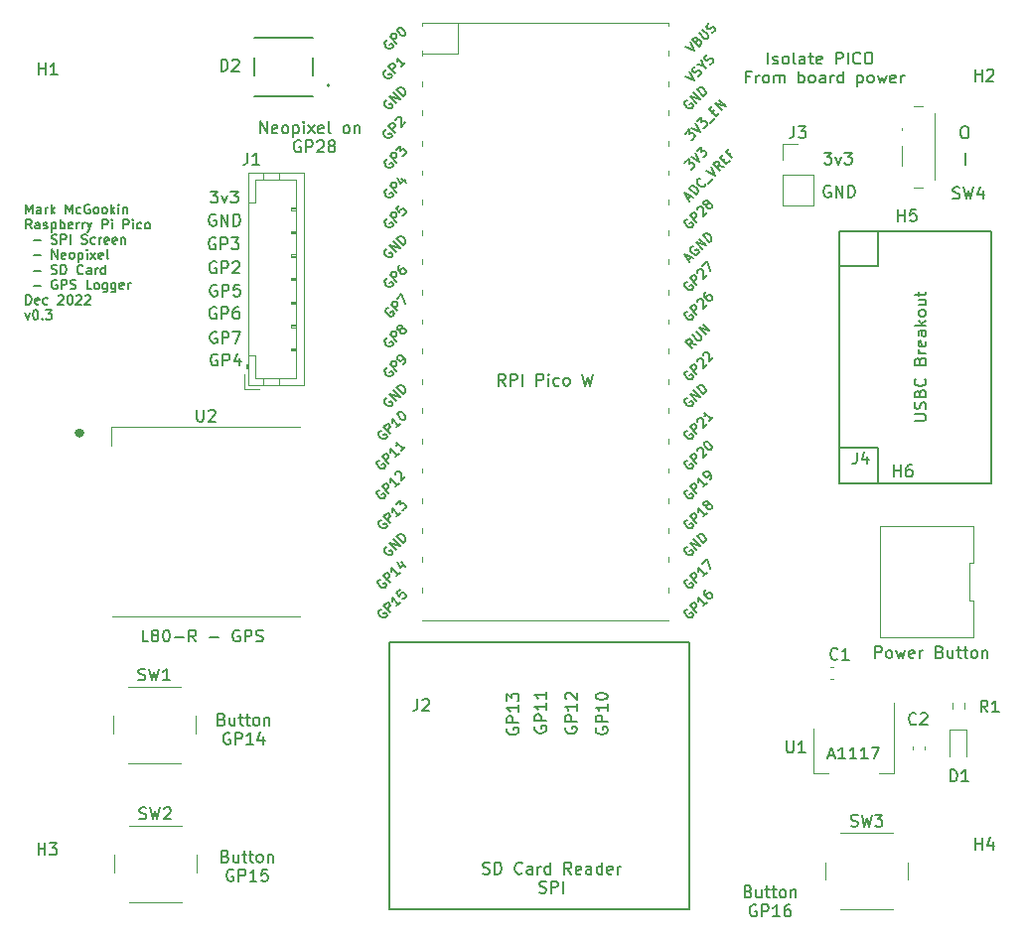
<source format=gbr>
%TF.GenerationSoftware,KiCad,Pcbnew,(6.0.7-1)-1*%
%TF.CreationDate,2022-12-28T20:51:33+00:00*%
%TF.ProjectId,pico-gps-datalogger,7069636f-2d67-4707-932d-646174616c6f,rev?*%
%TF.SameCoordinates,Original*%
%TF.FileFunction,Legend,Top*%
%TF.FilePolarity,Positive*%
%FSLAX46Y46*%
G04 Gerber Fmt 4.6, Leading zero omitted, Abs format (unit mm)*
G04 Created by KiCad (PCBNEW (6.0.7-1)-1) date 2022-12-28 20:51:33*
%MOMM*%
%LPD*%
G01*
G04 APERTURE LIST*
%ADD10C,0.150000*%
%ADD11C,0.200000*%
%ADD12C,0.500000*%
%ADD13C,0.120000*%
%ADD14C,0.127000*%
G04 APERTURE END LIST*
D10*
X126340000Y-121640000D02*
X151870000Y-121640000D01*
X151870000Y-121640000D02*
X151870000Y-144440000D01*
X151870000Y-144440000D02*
X126340000Y-144440000D01*
X126340000Y-144440000D02*
X126340000Y-121640000D01*
X164650000Y-86590000D02*
X168020000Y-86590000D01*
X168020000Y-86590000D02*
X168020000Y-89590000D01*
X168020000Y-89590000D02*
X164650000Y-89590000D01*
X164650000Y-89590000D02*
X164650000Y-86590000D01*
X164650000Y-86590000D02*
X177650000Y-86590000D01*
X177650000Y-86590000D02*
X177650000Y-108090000D01*
X177650000Y-108090000D02*
X164650000Y-108090000D01*
X164650000Y-108090000D02*
X164650000Y-86590000D01*
X164650000Y-105090000D02*
X168020000Y-105090000D01*
X168020000Y-105090000D02*
X168020000Y-108090000D01*
X168020000Y-108090000D02*
X164650000Y-108090000D01*
X164650000Y-108090000D02*
X164650000Y-105090000D01*
X163429523Y-79882380D02*
X164048571Y-79882380D01*
X163715238Y-80263333D01*
X163858095Y-80263333D01*
X163953333Y-80310952D01*
X164000952Y-80358571D01*
X164048571Y-80453809D01*
X164048571Y-80691904D01*
X164000952Y-80787142D01*
X163953333Y-80834761D01*
X163858095Y-80882380D01*
X163572380Y-80882380D01*
X163477142Y-80834761D01*
X163429523Y-80787142D01*
X164381904Y-80215714D02*
X164620000Y-80882380D01*
X164858095Y-80215714D01*
X165143809Y-79882380D02*
X165762857Y-79882380D01*
X165429523Y-80263333D01*
X165572380Y-80263333D01*
X165667619Y-80310952D01*
X165715238Y-80358571D01*
X165762857Y-80453809D01*
X165762857Y-80691904D01*
X165715238Y-80787142D01*
X165667619Y-80834761D01*
X165572380Y-80882380D01*
X165286666Y-80882380D01*
X165191428Y-80834761D01*
X165143809Y-80787142D01*
X111099523Y-83182380D02*
X111718571Y-83182380D01*
X111385238Y-83563333D01*
X111528095Y-83563333D01*
X111623333Y-83610952D01*
X111670952Y-83658571D01*
X111718571Y-83753809D01*
X111718571Y-83991904D01*
X111670952Y-84087142D01*
X111623333Y-84134761D01*
X111528095Y-84182380D01*
X111242380Y-84182380D01*
X111147142Y-84134761D01*
X111099523Y-84087142D01*
X112051904Y-83515714D02*
X112290000Y-84182380D01*
X112528095Y-83515714D01*
X112813809Y-83182380D02*
X113432857Y-83182380D01*
X113099523Y-83563333D01*
X113242380Y-83563333D01*
X113337619Y-83610952D01*
X113385238Y-83658571D01*
X113432857Y-83753809D01*
X113432857Y-83991904D01*
X113385238Y-84087142D01*
X113337619Y-84134761D01*
X113242380Y-84182380D01*
X112956666Y-84182380D01*
X112861428Y-84134761D01*
X112813809Y-84087142D01*
X111615714Y-91190000D02*
X111520476Y-91142380D01*
X111377619Y-91142380D01*
X111234761Y-91190000D01*
X111139523Y-91285238D01*
X111091904Y-91380476D01*
X111044285Y-91570952D01*
X111044285Y-91713809D01*
X111091904Y-91904285D01*
X111139523Y-91999523D01*
X111234761Y-92094761D01*
X111377619Y-92142380D01*
X111472857Y-92142380D01*
X111615714Y-92094761D01*
X111663333Y-92047142D01*
X111663333Y-91713809D01*
X111472857Y-91713809D01*
X112091904Y-92142380D02*
X112091904Y-91142380D01*
X112472857Y-91142380D01*
X112568095Y-91190000D01*
X112615714Y-91237619D01*
X112663333Y-91332857D01*
X112663333Y-91475714D01*
X112615714Y-91570952D01*
X112568095Y-91618571D01*
X112472857Y-91666190D01*
X112091904Y-91666190D01*
X113568095Y-91142380D02*
X113091904Y-91142380D01*
X113044285Y-91618571D01*
X113091904Y-91570952D01*
X113187142Y-91523333D01*
X113425238Y-91523333D01*
X113520476Y-91570952D01*
X113568095Y-91618571D01*
X113615714Y-91713809D01*
X113615714Y-91951904D01*
X113568095Y-92047142D01*
X113520476Y-92094761D01*
X113425238Y-92142380D01*
X113187142Y-92142380D01*
X113091904Y-92094761D01*
X113044285Y-92047142D01*
D11*
X112362857Y-139893571D02*
X112505714Y-139941190D01*
X112553333Y-139988809D01*
X112600952Y-140084047D01*
X112600952Y-140226904D01*
X112553333Y-140322142D01*
X112505714Y-140369761D01*
X112410476Y-140417380D01*
X112029523Y-140417380D01*
X112029523Y-139417380D01*
X112362857Y-139417380D01*
X112458095Y-139465000D01*
X112505714Y-139512619D01*
X112553333Y-139607857D01*
X112553333Y-139703095D01*
X112505714Y-139798333D01*
X112458095Y-139845952D01*
X112362857Y-139893571D01*
X112029523Y-139893571D01*
X113458095Y-139750714D02*
X113458095Y-140417380D01*
X113029523Y-139750714D02*
X113029523Y-140274523D01*
X113077142Y-140369761D01*
X113172380Y-140417380D01*
X113315238Y-140417380D01*
X113410476Y-140369761D01*
X113458095Y-140322142D01*
X113791428Y-139750714D02*
X114172380Y-139750714D01*
X113934285Y-139417380D02*
X113934285Y-140274523D01*
X113981904Y-140369761D01*
X114077142Y-140417380D01*
X114172380Y-140417380D01*
X114362857Y-139750714D02*
X114743809Y-139750714D01*
X114505714Y-139417380D02*
X114505714Y-140274523D01*
X114553333Y-140369761D01*
X114648571Y-140417380D01*
X114743809Y-140417380D01*
X115220000Y-140417380D02*
X115124761Y-140369761D01*
X115077142Y-140322142D01*
X115029523Y-140226904D01*
X115029523Y-139941190D01*
X115077142Y-139845952D01*
X115124761Y-139798333D01*
X115220000Y-139750714D01*
X115362857Y-139750714D01*
X115458095Y-139798333D01*
X115505714Y-139845952D01*
X115553333Y-139941190D01*
X115553333Y-140226904D01*
X115505714Y-140322142D01*
X115458095Y-140369761D01*
X115362857Y-140417380D01*
X115220000Y-140417380D01*
X115981904Y-139750714D02*
X115981904Y-140417380D01*
X115981904Y-139845952D02*
X116029523Y-139798333D01*
X116124761Y-139750714D01*
X116267619Y-139750714D01*
X116362857Y-139798333D01*
X116410476Y-139893571D01*
X116410476Y-140417380D01*
X113029523Y-141075000D02*
X112934285Y-141027380D01*
X112791428Y-141027380D01*
X112648571Y-141075000D01*
X112553333Y-141170238D01*
X112505714Y-141265476D01*
X112458095Y-141455952D01*
X112458095Y-141598809D01*
X112505714Y-141789285D01*
X112553333Y-141884523D01*
X112648571Y-141979761D01*
X112791428Y-142027380D01*
X112886666Y-142027380D01*
X113029523Y-141979761D01*
X113077142Y-141932142D01*
X113077142Y-141598809D01*
X112886666Y-141598809D01*
X113505714Y-142027380D02*
X113505714Y-141027380D01*
X113886666Y-141027380D01*
X113981904Y-141075000D01*
X114029523Y-141122619D01*
X114077142Y-141217857D01*
X114077142Y-141360714D01*
X114029523Y-141455952D01*
X113981904Y-141503571D01*
X113886666Y-141551190D01*
X113505714Y-141551190D01*
X115029523Y-142027380D02*
X114458095Y-142027380D01*
X114743809Y-142027380D02*
X114743809Y-141027380D01*
X114648571Y-141170238D01*
X114553333Y-141265476D01*
X114458095Y-141313095D01*
X115934285Y-141027380D02*
X115458095Y-141027380D01*
X115410476Y-141503571D01*
X115458095Y-141455952D01*
X115553333Y-141408333D01*
X115791428Y-141408333D01*
X115886666Y-141455952D01*
X115934285Y-141503571D01*
X115981904Y-141598809D01*
X115981904Y-141836904D01*
X115934285Y-141932142D01*
X115886666Y-141979761D01*
X115791428Y-142027380D01*
X115553333Y-142027380D01*
X115458095Y-141979761D01*
X115410476Y-141932142D01*
D10*
X163928095Y-82740000D02*
X163832857Y-82692380D01*
X163690000Y-82692380D01*
X163547142Y-82740000D01*
X163451904Y-82835238D01*
X163404285Y-82930476D01*
X163356666Y-83120952D01*
X163356666Y-83263809D01*
X163404285Y-83454285D01*
X163451904Y-83549523D01*
X163547142Y-83644761D01*
X163690000Y-83692380D01*
X163785238Y-83692380D01*
X163928095Y-83644761D01*
X163975714Y-83597142D01*
X163975714Y-83263809D01*
X163785238Y-83263809D01*
X164404285Y-83692380D02*
X164404285Y-82692380D01*
X164975714Y-83692380D01*
X164975714Y-82692380D01*
X165451904Y-83692380D02*
X165451904Y-82692380D01*
X165690000Y-82692380D01*
X165832857Y-82740000D01*
X165928095Y-82835238D01*
X165975714Y-82930476D01*
X166023333Y-83120952D01*
X166023333Y-83263809D01*
X165975714Y-83454285D01*
X165928095Y-83549523D01*
X165832857Y-83644761D01*
X165690000Y-83692380D01*
X165451904Y-83692380D01*
X134326666Y-141379761D02*
X134469523Y-141427380D01*
X134707619Y-141427380D01*
X134802857Y-141379761D01*
X134850476Y-141332142D01*
X134898095Y-141236904D01*
X134898095Y-141141666D01*
X134850476Y-141046428D01*
X134802857Y-140998809D01*
X134707619Y-140951190D01*
X134517142Y-140903571D01*
X134421904Y-140855952D01*
X134374285Y-140808333D01*
X134326666Y-140713095D01*
X134326666Y-140617857D01*
X134374285Y-140522619D01*
X134421904Y-140475000D01*
X134517142Y-140427380D01*
X134755238Y-140427380D01*
X134898095Y-140475000D01*
X135326666Y-141427380D02*
X135326666Y-140427380D01*
X135564761Y-140427380D01*
X135707619Y-140475000D01*
X135802857Y-140570238D01*
X135850476Y-140665476D01*
X135898095Y-140855952D01*
X135898095Y-140998809D01*
X135850476Y-141189285D01*
X135802857Y-141284523D01*
X135707619Y-141379761D01*
X135564761Y-141427380D01*
X135326666Y-141427380D01*
X137660000Y-141332142D02*
X137612380Y-141379761D01*
X137469523Y-141427380D01*
X137374285Y-141427380D01*
X137231428Y-141379761D01*
X137136190Y-141284523D01*
X137088571Y-141189285D01*
X137040952Y-140998809D01*
X137040952Y-140855952D01*
X137088571Y-140665476D01*
X137136190Y-140570238D01*
X137231428Y-140475000D01*
X137374285Y-140427380D01*
X137469523Y-140427380D01*
X137612380Y-140475000D01*
X137660000Y-140522619D01*
X138517142Y-141427380D02*
X138517142Y-140903571D01*
X138469523Y-140808333D01*
X138374285Y-140760714D01*
X138183809Y-140760714D01*
X138088571Y-140808333D01*
X138517142Y-141379761D02*
X138421904Y-141427380D01*
X138183809Y-141427380D01*
X138088571Y-141379761D01*
X138040952Y-141284523D01*
X138040952Y-141189285D01*
X138088571Y-141094047D01*
X138183809Y-141046428D01*
X138421904Y-141046428D01*
X138517142Y-140998809D01*
X138993333Y-141427380D02*
X138993333Y-140760714D01*
X138993333Y-140951190D02*
X139040952Y-140855952D01*
X139088571Y-140808333D01*
X139183809Y-140760714D01*
X139279047Y-140760714D01*
X140040952Y-141427380D02*
X140040952Y-140427380D01*
X140040952Y-141379761D02*
X139945714Y-141427380D01*
X139755238Y-141427380D01*
X139660000Y-141379761D01*
X139612380Y-141332142D01*
X139564761Y-141236904D01*
X139564761Y-140951190D01*
X139612380Y-140855952D01*
X139660000Y-140808333D01*
X139755238Y-140760714D01*
X139945714Y-140760714D01*
X140040952Y-140808333D01*
X141850476Y-141427380D02*
X141517142Y-140951190D01*
X141279047Y-141427380D02*
X141279047Y-140427380D01*
X141660000Y-140427380D01*
X141755238Y-140475000D01*
X141802857Y-140522619D01*
X141850476Y-140617857D01*
X141850476Y-140760714D01*
X141802857Y-140855952D01*
X141755238Y-140903571D01*
X141660000Y-140951190D01*
X141279047Y-140951190D01*
X142660000Y-141379761D02*
X142564761Y-141427380D01*
X142374285Y-141427380D01*
X142279047Y-141379761D01*
X142231428Y-141284523D01*
X142231428Y-140903571D01*
X142279047Y-140808333D01*
X142374285Y-140760714D01*
X142564761Y-140760714D01*
X142660000Y-140808333D01*
X142707619Y-140903571D01*
X142707619Y-140998809D01*
X142231428Y-141094047D01*
X143564761Y-141427380D02*
X143564761Y-140903571D01*
X143517142Y-140808333D01*
X143421904Y-140760714D01*
X143231428Y-140760714D01*
X143136190Y-140808333D01*
X143564761Y-141379761D02*
X143469523Y-141427380D01*
X143231428Y-141427380D01*
X143136190Y-141379761D01*
X143088571Y-141284523D01*
X143088571Y-141189285D01*
X143136190Y-141094047D01*
X143231428Y-141046428D01*
X143469523Y-141046428D01*
X143564761Y-140998809D01*
X144469523Y-141427380D02*
X144469523Y-140427380D01*
X144469523Y-141379761D02*
X144374285Y-141427380D01*
X144183809Y-141427380D01*
X144088571Y-141379761D01*
X144040952Y-141332142D01*
X143993333Y-141236904D01*
X143993333Y-140951190D01*
X144040952Y-140855952D01*
X144088571Y-140808333D01*
X144183809Y-140760714D01*
X144374285Y-140760714D01*
X144469523Y-140808333D01*
X145326666Y-141379761D02*
X145231428Y-141427380D01*
X145040952Y-141427380D01*
X144945714Y-141379761D01*
X144898095Y-141284523D01*
X144898095Y-140903571D01*
X144945714Y-140808333D01*
X145040952Y-140760714D01*
X145231428Y-140760714D01*
X145326666Y-140808333D01*
X145374285Y-140903571D01*
X145374285Y-140998809D01*
X144898095Y-141094047D01*
X145802857Y-141427380D02*
X145802857Y-140760714D01*
X145802857Y-140951190D02*
X145850476Y-140855952D01*
X145898095Y-140808333D01*
X145993333Y-140760714D01*
X146088571Y-140760714D01*
X139136190Y-142989761D02*
X139279047Y-143037380D01*
X139517142Y-143037380D01*
X139612380Y-142989761D01*
X139660000Y-142942142D01*
X139707619Y-142846904D01*
X139707619Y-142751666D01*
X139660000Y-142656428D01*
X139612380Y-142608809D01*
X139517142Y-142561190D01*
X139326666Y-142513571D01*
X139231428Y-142465952D01*
X139183809Y-142418333D01*
X139136190Y-142323095D01*
X139136190Y-142227857D01*
X139183809Y-142132619D01*
X139231428Y-142085000D01*
X139326666Y-142037380D01*
X139564761Y-142037380D01*
X139707619Y-142085000D01*
X140136190Y-143037380D02*
X140136190Y-142037380D01*
X140517142Y-142037380D01*
X140612380Y-142085000D01*
X140660000Y-142132619D01*
X140707619Y-142227857D01*
X140707619Y-142370714D01*
X140660000Y-142465952D01*
X140612380Y-142513571D01*
X140517142Y-142561190D01*
X140136190Y-142561190D01*
X141136190Y-143037380D02*
X141136190Y-142037380D01*
X143990000Y-128930476D02*
X143942380Y-129025714D01*
X143942380Y-129168571D01*
X143990000Y-129311428D01*
X144085238Y-129406666D01*
X144180476Y-129454285D01*
X144370952Y-129501904D01*
X144513809Y-129501904D01*
X144704285Y-129454285D01*
X144799523Y-129406666D01*
X144894761Y-129311428D01*
X144942380Y-129168571D01*
X144942380Y-129073333D01*
X144894761Y-128930476D01*
X144847142Y-128882857D01*
X144513809Y-128882857D01*
X144513809Y-129073333D01*
X144942380Y-128454285D02*
X143942380Y-128454285D01*
X143942380Y-128073333D01*
X143990000Y-127978095D01*
X144037619Y-127930476D01*
X144132857Y-127882857D01*
X144275714Y-127882857D01*
X144370952Y-127930476D01*
X144418571Y-127978095D01*
X144466190Y-128073333D01*
X144466190Y-128454285D01*
X144942380Y-126930476D02*
X144942380Y-127501904D01*
X144942380Y-127216190D02*
X143942380Y-127216190D01*
X144085238Y-127311428D01*
X144180476Y-127406666D01*
X144228095Y-127501904D01*
X143942380Y-126311428D02*
X143942380Y-126216190D01*
X143990000Y-126120952D01*
X144037619Y-126073333D01*
X144132857Y-126025714D01*
X144323333Y-125978095D01*
X144561428Y-125978095D01*
X144751904Y-126025714D01*
X144847142Y-126073333D01*
X144894761Y-126120952D01*
X144942380Y-126216190D01*
X144942380Y-126311428D01*
X144894761Y-126406666D01*
X144847142Y-126454285D01*
X144751904Y-126501904D01*
X144561428Y-126549523D01*
X144323333Y-126549523D01*
X144132857Y-126501904D01*
X144037619Y-126454285D01*
X143990000Y-126406666D01*
X143942380Y-126311428D01*
D11*
X112062857Y-128213571D02*
X112205714Y-128261190D01*
X112253333Y-128308809D01*
X112300952Y-128404047D01*
X112300952Y-128546904D01*
X112253333Y-128642142D01*
X112205714Y-128689761D01*
X112110476Y-128737380D01*
X111729523Y-128737380D01*
X111729523Y-127737380D01*
X112062857Y-127737380D01*
X112158095Y-127785000D01*
X112205714Y-127832619D01*
X112253333Y-127927857D01*
X112253333Y-128023095D01*
X112205714Y-128118333D01*
X112158095Y-128165952D01*
X112062857Y-128213571D01*
X111729523Y-128213571D01*
X113158095Y-128070714D02*
X113158095Y-128737380D01*
X112729523Y-128070714D02*
X112729523Y-128594523D01*
X112777142Y-128689761D01*
X112872380Y-128737380D01*
X113015238Y-128737380D01*
X113110476Y-128689761D01*
X113158095Y-128642142D01*
X113491428Y-128070714D02*
X113872380Y-128070714D01*
X113634285Y-127737380D02*
X113634285Y-128594523D01*
X113681904Y-128689761D01*
X113777142Y-128737380D01*
X113872380Y-128737380D01*
X114062857Y-128070714D02*
X114443809Y-128070714D01*
X114205714Y-127737380D02*
X114205714Y-128594523D01*
X114253333Y-128689761D01*
X114348571Y-128737380D01*
X114443809Y-128737380D01*
X114920000Y-128737380D02*
X114824761Y-128689761D01*
X114777142Y-128642142D01*
X114729523Y-128546904D01*
X114729523Y-128261190D01*
X114777142Y-128165952D01*
X114824761Y-128118333D01*
X114920000Y-128070714D01*
X115062857Y-128070714D01*
X115158095Y-128118333D01*
X115205714Y-128165952D01*
X115253333Y-128261190D01*
X115253333Y-128546904D01*
X115205714Y-128642142D01*
X115158095Y-128689761D01*
X115062857Y-128737380D01*
X114920000Y-128737380D01*
X115681904Y-128070714D02*
X115681904Y-128737380D01*
X115681904Y-128165952D02*
X115729523Y-128118333D01*
X115824761Y-128070714D01*
X115967619Y-128070714D01*
X116062857Y-128118333D01*
X116110476Y-128213571D01*
X116110476Y-128737380D01*
X112729523Y-129395000D02*
X112634285Y-129347380D01*
X112491428Y-129347380D01*
X112348571Y-129395000D01*
X112253333Y-129490238D01*
X112205714Y-129585476D01*
X112158095Y-129775952D01*
X112158095Y-129918809D01*
X112205714Y-130109285D01*
X112253333Y-130204523D01*
X112348571Y-130299761D01*
X112491428Y-130347380D01*
X112586666Y-130347380D01*
X112729523Y-130299761D01*
X112777142Y-130252142D01*
X112777142Y-129918809D01*
X112586666Y-129918809D01*
X113205714Y-130347380D02*
X113205714Y-129347380D01*
X113586666Y-129347380D01*
X113681904Y-129395000D01*
X113729523Y-129442619D01*
X113777142Y-129537857D01*
X113777142Y-129680714D01*
X113729523Y-129775952D01*
X113681904Y-129823571D01*
X113586666Y-129871190D01*
X113205714Y-129871190D01*
X114729523Y-130347380D02*
X114158095Y-130347380D01*
X114443809Y-130347380D02*
X114443809Y-129347380D01*
X114348571Y-129490238D01*
X114253333Y-129585476D01*
X114158095Y-129633095D01*
X115586666Y-129680714D02*
X115586666Y-130347380D01*
X115348571Y-129299761D02*
X115110476Y-130014047D01*
X115729523Y-130014047D01*
D10*
X141380000Y-128890476D02*
X141332380Y-128985714D01*
X141332380Y-129128571D01*
X141380000Y-129271428D01*
X141475238Y-129366666D01*
X141570476Y-129414285D01*
X141760952Y-129461904D01*
X141903809Y-129461904D01*
X142094285Y-129414285D01*
X142189523Y-129366666D01*
X142284761Y-129271428D01*
X142332380Y-129128571D01*
X142332380Y-129033333D01*
X142284761Y-128890476D01*
X142237142Y-128842857D01*
X141903809Y-128842857D01*
X141903809Y-129033333D01*
X142332380Y-128414285D02*
X141332380Y-128414285D01*
X141332380Y-128033333D01*
X141380000Y-127938095D01*
X141427619Y-127890476D01*
X141522857Y-127842857D01*
X141665714Y-127842857D01*
X141760952Y-127890476D01*
X141808571Y-127938095D01*
X141856190Y-128033333D01*
X141856190Y-128414285D01*
X142332380Y-126890476D02*
X142332380Y-127461904D01*
X142332380Y-127176190D02*
X141332380Y-127176190D01*
X141475238Y-127271428D01*
X141570476Y-127366666D01*
X141618095Y-127461904D01*
X141427619Y-126509523D02*
X141380000Y-126461904D01*
X141332380Y-126366666D01*
X141332380Y-126128571D01*
X141380000Y-126033333D01*
X141427619Y-125985714D01*
X141522857Y-125938095D01*
X141618095Y-125938095D01*
X141760952Y-125985714D01*
X142332380Y-126557142D01*
X142332380Y-125938095D01*
X138780000Y-128830476D02*
X138732380Y-128925714D01*
X138732380Y-129068571D01*
X138780000Y-129211428D01*
X138875238Y-129306666D01*
X138970476Y-129354285D01*
X139160952Y-129401904D01*
X139303809Y-129401904D01*
X139494285Y-129354285D01*
X139589523Y-129306666D01*
X139684761Y-129211428D01*
X139732380Y-129068571D01*
X139732380Y-128973333D01*
X139684761Y-128830476D01*
X139637142Y-128782857D01*
X139303809Y-128782857D01*
X139303809Y-128973333D01*
X139732380Y-128354285D02*
X138732380Y-128354285D01*
X138732380Y-127973333D01*
X138780000Y-127878095D01*
X138827619Y-127830476D01*
X138922857Y-127782857D01*
X139065714Y-127782857D01*
X139160952Y-127830476D01*
X139208571Y-127878095D01*
X139256190Y-127973333D01*
X139256190Y-128354285D01*
X139732380Y-126830476D02*
X139732380Y-127401904D01*
X139732380Y-127116190D02*
X138732380Y-127116190D01*
X138875238Y-127211428D01*
X138970476Y-127306666D01*
X139018095Y-127401904D01*
X139732380Y-125878095D02*
X139732380Y-126449523D01*
X139732380Y-126163809D02*
X138732380Y-126163809D01*
X138875238Y-126259047D01*
X138970476Y-126354285D01*
X139018095Y-126449523D01*
X111528095Y-85180000D02*
X111432857Y-85132380D01*
X111290000Y-85132380D01*
X111147142Y-85180000D01*
X111051904Y-85275238D01*
X111004285Y-85370476D01*
X110956666Y-85560952D01*
X110956666Y-85703809D01*
X111004285Y-85894285D01*
X111051904Y-85989523D01*
X111147142Y-86084761D01*
X111290000Y-86132380D01*
X111385238Y-86132380D01*
X111528095Y-86084761D01*
X111575714Y-86037142D01*
X111575714Y-85703809D01*
X111385238Y-85703809D01*
X112004285Y-86132380D02*
X112004285Y-85132380D01*
X112575714Y-86132380D01*
X112575714Y-85132380D01*
X113051904Y-86132380D02*
X113051904Y-85132380D01*
X113290000Y-85132380D01*
X113432857Y-85180000D01*
X113528095Y-85275238D01*
X113575714Y-85370476D01*
X113623333Y-85560952D01*
X113623333Y-85703809D01*
X113575714Y-85894285D01*
X113528095Y-85989523D01*
X113432857Y-86084761D01*
X113290000Y-86132380D01*
X113051904Y-86132380D01*
X95377976Y-85093904D02*
X95377976Y-84293904D01*
X95644642Y-84865333D01*
X95911309Y-84293904D01*
X95911309Y-85093904D01*
X96635119Y-85093904D02*
X96635119Y-84674857D01*
X96597023Y-84598666D01*
X96520833Y-84560571D01*
X96368452Y-84560571D01*
X96292261Y-84598666D01*
X96635119Y-85055809D02*
X96558928Y-85093904D01*
X96368452Y-85093904D01*
X96292261Y-85055809D01*
X96254166Y-84979619D01*
X96254166Y-84903428D01*
X96292261Y-84827238D01*
X96368452Y-84789142D01*
X96558928Y-84789142D01*
X96635119Y-84751047D01*
X97016071Y-85093904D02*
X97016071Y-84560571D01*
X97016071Y-84712952D02*
X97054166Y-84636761D01*
X97092261Y-84598666D01*
X97168452Y-84560571D01*
X97244642Y-84560571D01*
X97511309Y-85093904D02*
X97511309Y-84293904D01*
X97587500Y-84789142D02*
X97816071Y-85093904D01*
X97816071Y-84560571D02*
X97511309Y-84865333D01*
X98768452Y-85093904D02*
X98768452Y-84293904D01*
X99035119Y-84865333D01*
X99301785Y-84293904D01*
X99301785Y-85093904D01*
X100025595Y-85055809D02*
X99949404Y-85093904D01*
X99797023Y-85093904D01*
X99720833Y-85055809D01*
X99682738Y-85017714D01*
X99644642Y-84941523D01*
X99644642Y-84712952D01*
X99682738Y-84636761D01*
X99720833Y-84598666D01*
X99797023Y-84560571D01*
X99949404Y-84560571D01*
X100025595Y-84598666D01*
X100787500Y-84332000D02*
X100711309Y-84293904D01*
X100597023Y-84293904D01*
X100482738Y-84332000D01*
X100406547Y-84408190D01*
X100368452Y-84484380D01*
X100330357Y-84636761D01*
X100330357Y-84751047D01*
X100368452Y-84903428D01*
X100406547Y-84979619D01*
X100482738Y-85055809D01*
X100597023Y-85093904D01*
X100673214Y-85093904D01*
X100787500Y-85055809D01*
X100825595Y-85017714D01*
X100825595Y-84751047D01*
X100673214Y-84751047D01*
X101282738Y-85093904D02*
X101206547Y-85055809D01*
X101168452Y-85017714D01*
X101130357Y-84941523D01*
X101130357Y-84712952D01*
X101168452Y-84636761D01*
X101206547Y-84598666D01*
X101282738Y-84560571D01*
X101397023Y-84560571D01*
X101473214Y-84598666D01*
X101511309Y-84636761D01*
X101549404Y-84712952D01*
X101549404Y-84941523D01*
X101511309Y-85017714D01*
X101473214Y-85055809D01*
X101397023Y-85093904D01*
X101282738Y-85093904D01*
X102006547Y-85093904D02*
X101930357Y-85055809D01*
X101892261Y-85017714D01*
X101854166Y-84941523D01*
X101854166Y-84712952D01*
X101892261Y-84636761D01*
X101930357Y-84598666D01*
X102006547Y-84560571D01*
X102120833Y-84560571D01*
X102197023Y-84598666D01*
X102235119Y-84636761D01*
X102273214Y-84712952D01*
X102273214Y-84941523D01*
X102235119Y-85017714D01*
X102197023Y-85055809D01*
X102120833Y-85093904D01*
X102006547Y-85093904D01*
X102616071Y-85093904D02*
X102616071Y-84293904D01*
X102692261Y-84789142D02*
X102920833Y-85093904D01*
X102920833Y-84560571D02*
X102616071Y-84865333D01*
X103263690Y-85093904D02*
X103263690Y-84560571D01*
X103263690Y-84293904D02*
X103225595Y-84332000D01*
X103263690Y-84370095D01*
X103301785Y-84332000D01*
X103263690Y-84293904D01*
X103263690Y-84370095D01*
X103644642Y-84560571D02*
X103644642Y-85093904D01*
X103644642Y-84636761D02*
X103682738Y-84598666D01*
X103758928Y-84560571D01*
X103873214Y-84560571D01*
X103949404Y-84598666D01*
X103987500Y-84674857D01*
X103987500Y-85093904D01*
X95835119Y-86381904D02*
X95568452Y-86000952D01*
X95377976Y-86381904D02*
X95377976Y-85581904D01*
X95682738Y-85581904D01*
X95758928Y-85620000D01*
X95797023Y-85658095D01*
X95835119Y-85734285D01*
X95835119Y-85848571D01*
X95797023Y-85924761D01*
X95758928Y-85962857D01*
X95682738Y-86000952D01*
X95377976Y-86000952D01*
X96520833Y-86381904D02*
X96520833Y-85962857D01*
X96482738Y-85886666D01*
X96406547Y-85848571D01*
X96254166Y-85848571D01*
X96177976Y-85886666D01*
X96520833Y-86343809D02*
X96444642Y-86381904D01*
X96254166Y-86381904D01*
X96177976Y-86343809D01*
X96139880Y-86267619D01*
X96139880Y-86191428D01*
X96177976Y-86115238D01*
X96254166Y-86077142D01*
X96444642Y-86077142D01*
X96520833Y-86039047D01*
X96863690Y-86343809D02*
X96939880Y-86381904D01*
X97092261Y-86381904D01*
X97168452Y-86343809D01*
X97206547Y-86267619D01*
X97206547Y-86229523D01*
X97168452Y-86153333D01*
X97092261Y-86115238D01*
X96977976Y-86115238D01*
X96901785Y-86077142D01*
X96863690Y-86000952D01*
X96863690Y-85962857D01*
X96901785Y-85886666D01*
X96977976Y-85848571D01*
X97092261Y-85848571D01*
X97168452Y-85886666D01*
X97549404Y-85848571D02*
X97549404Y-86648571D01*
X97549404Y-85886666D02*
X97625595Y-85848571D01*
X97777976Y-85848571D01*
X97854166Y-85886666D01*
X97892261Y-85924761D01*
X97930357Y-86000952D01*
X97930357Y-86229523D01*
X97892261Y-86305714D01*
X97854166Y-86343809D01*
X97777976Y-86381904D01*
X97625595Y-86381904D01*
X97549404Y-86343809D01*
X98273214Y-86381904D02*
X98273214Y-85581904D01*
X98273214Y-85886666D02*
X98349404Y-85848571D01*
X98501785Y-85848571D01*
X98577976Y-85886666D01*
X98616071Y-85924761D01*
X98654166Y-86000952D01*
X98654166Y-86229523D01*
X98616071Y-86305714D01*
X98577976Y-86343809D01*
X98501785Y-86381904D01*
X98349404Y-86381904D01*
X98273214Y-86343809D01*
X99301785Y-86343809D02*
X99225595Y-86381904D01*
X99073214Y-86381904D01*
X98997023Y-86343809D01*
X98958928Y-86267619D01*
X98958928Y-85962857D01*
X98997023Y-85886666D01*
X99073214Y-85848571D01*
X99225595Y-85848571D01*
X99301785Y-85886666D01*
X99339880Y-85962857D01*
X99339880Y-86039047D01*
X98958928Y-86115238D01*
X99682738Y-86381904D02*
X99682738Y-85848571D01*
X99682738Y-86000952D02*
X99720833Y-85924761D01*
X99758928Y-85886666D01*
X99835119Y-85848571D01*
X99911309Y-85848571D01*
X100177976Y-86381904D02*
X100177976Y-85848571D01*
X100177976Y-86000952D02*
X100216071Y-85924761D01*
X100254166Y-85886666D01*
X100330357Y-85848571D01*
X100406547Y-85848571D01*
X100597023Y-85848571D02*
X100787500Y-86381904D01*
X100977976Y-85848571D02*
X100787500Y-86381904D01*
X100711309Y-86572380D01*
X100673214Y-86610476D01*
X100597023Y-86648571D01*
X101892261Y-86381904D02*
X101892261Y-85581904D01*
X102197023Y-85581904D01*
X102273214Y-85620000D01*
X102311309Y-85658095D01*
X102349404Y-85734285D01*
X102349404Y-85848571D01*
X102311309Y-85924761D01*
X102273214Y-85962857D01*
X102197023Y-86000952D01*
X101892261Y-86000952D01*
X102692261Y-86381904D02*
X102692261Y-85848571D01*
X102692261Y-85581904D02*
X102654166Y-85620000D01*
X102692261Y-85658095D01*
X102730357Y-85620000D01*
X102692261Y-85581904D01*
X102692261Y-85658095D01*
X103682738Y-86381904D02*
X103682738Y-85581904D01*
X103987500Y-85581904D01*
X104063690Y-85620000D01*
X104101785Y-85658095D01*
X104139880Y-85734285D01*
X104139880Y-85848571D01*
X104101785Y-85924761D01*
X104063690Y-85962857D01*
X103987500Y-86000952D01*
X103682738Y-86000952D01*
X104482738Y-86381904D02*
X104482738Y-85848571D01*
X104482738Y-85581904D02*
X104444642Y-85620000D01*
X104482738Y-85658095D01*
X104520833Y-85620000D01*
X104482738Y-85581904D01*
X104482738Y-85658095D01*
X105206547Y-86343809D02*
X105130357Y-86381904D01*
X104977976Y-86381904D01*
X104901785Y-86343809D01*
X104863690Y-86305714D01*
X104825595Y-86229523D01*
X104825595Y-86000952D01*
X104863690Y-85924761D01*
X104901785Y-85886666D01*
X104977976Y-85848571D01*
X105130357Y-85848571D01*
X105206547Y-85886666D01*
X105663690Y-86381904D02*
X105587500Y-86343809D01*
X105549404Y-86305714D01*
X105511309Y-86229523D01*
X105511309Y-86000952D01*
X105549404Y-85924761D01*
X105587500Y-85886666D01*
X105663690Y-85848571D01*
X105777976Y-85848571D01*
X105854166Y-85886666D01*
X105892261Y-85924761D01*
X105930357Y-86000952D01*
X105930357Y-86229523D01*
X105892261Y-86305714D01*
X105854166Y-86343809D01*
X105777976Y-86381904D01*
X105663690Y-86381904D01*
X95987500Y-87365142D02*
X96597023Y-87365142D01*
X97549404Y-87631809D02*
X97663690Y-87669904D01*
X97854166Y-87669904D01*
X97930357Y-87631809D01*
X97968452Y-87593714D01*
X98006547Y-87517523D01*
X98006547Y-87441333D01*
X97968452Y-87365142D01*
X97930357Y-87327047D01*
X97854166Y-87288952D01*
X97701785Y-87250857D01*
X97625595Y-87212761D01*
X97587500Y-87174666D01*
X97549404Y-87098476D01*
X97549404Y-87022285D01*
X97587500Y-86946095D01*
X97625595Y-86908000D01*
X97701785Y-86869904D01*
X97892261Y-86869904D01*
X98006547Y-86908000D01*
X98349404Y-87669904D02*
X98349404Y-86869904D01*
X98654166Y-86869904D01*
X98730357Y-86908000D01*
X98768452Y-86946095D01*
X98806547Y-87022285D01*
X98806547Y-87136571D01*
X98768452Y-87212761D01*
X98730357Y-87250857D01*
X98654166Y-87288952D01*
X98349404Y-87288952D01*
X99149404Y-87669904D02*
X99149404Y-86869904D01*
X100101785Y-87631809D02*
X100216071Y-87669904D01*
X100406547Y-87669904D01*
X100482738Y-87631809D01*
X100520833Y-87593714D01*
X100558928Y-87517523D01*
X100558928Y-87441333D01*
X100520833Y-87365142D01*
X100482738Y-87327047D01*
X100406547Y-87288952D01*
X100254166Y-87250857D01*
X100177976Y-87212761D01*
X100139880Y-87174666D01*
X100101785Y-87098476D01*
X100101785Y-87022285D01*
X100139880Y-86946095D01*
X100177976Y-86908000D01*
X100254166Y-86869904D01*
X100444642Y-86869904D01*
X100558928Y-86908000D01*
X101244642Y-87631809D02*
X101168452Y-87669904D01*
X101016071Y-87669904D01*
X100939880Y-87631809D01*
X100901785Y-87593714D01*
X100863690Y-87517523D01*
X100863690Y-87288952D01*
X100901785Y-87212761D01*
X100939880Y-87174666D01*
X101016071Y-87136571D01*
X101168452Y-87136571D01*
X101244642Y-87174666D01*
X101587500Y-87669904D02*
X101587500Y-87136571D01*
X101587500Y-87288952D02*
X101625595Y-87212761D01*
X101663690Y-87174666D01*
X101739880Y-87136571D01*
X101816071Y-87136571D01*
X102387500Y-87631809D02*
X102311309Y-87669904D01*
X102158928Y-87669904D01*
X102082738Y-87631809D01*
X102044642Y-87555619D01*
X102044642Y-87250857D01*
X102082738Y-87174666D01*
X102158928Y-87136571D01*
X102311309Y-87136571D01*
X102387500Y-87174666D01*
X102425595Y-87250857D01*
X102425595Y-87327047D01*
X102044642Y-87403238D01*
X103073214Y-87631809D02*
X102997023Y-87669904D01*
X102844642Y-87669904D01*
X102768452Y-87631809D01*
X102730357Y-87555619D01*
X102730357Y-87250857D01*
X102768452Y-87174666D01*
X102844642Y-87136571D01*
X102997023Y-87136571D01*
X103073214Y-87174666D01*
X103111309Y-87250857D01*
X103111309Y-87327047D01*
X102730357Y-87403238D01*
X103454166Y-87136571D02*
X103454166Y-87669904D01*
X103454166Y-87212761D02*
X103492261Y-87174666D01*
X103568452Y-87136571D01*
X103682738Y-87136571D01*
X103758928Y-87174666D01*
X103797023Y-87250857D01*
X103797023Y-87669904D01*
X95987500Y-88653142D02*
X96597023Y-88653142D01*
X97587500Y-88957904D02*
X97587500Y-88157904D01*
X98044642Y-88957904D01*
X98044642Y-88157904D01*
X98730357Y-88919809D02*
X98654166Y-88957904D01*
X98501785Y-88957904D01*
X98425595Y-88919809D01*
X98387500Y-88843619D01*
X98387500Y-88538857D01*
X98425595Y-88462666D01*
X98501785Y-88424571D01*
X98654166Y-88424571D01*
X98730357Y-88462666D01*
X98768452Y-88538857D01*
X98768452Y-88615047D01*
X98387500Y-88691238D01*
X99225595Y-88957904D02*
X99149404Y-88919809D01*
X99111309Y-88881714D01*
X99073214Y-88805523D01*
X99073214Y-88576952D01*
X99111309Y-88500761D01*
X99149404Y-88462666D01*
X99225595Y-88424571D01*
X99339880Y-88424571D01*
X99416071Y-88462666D01*
X99454166Y-88500761D01*
X99492261Y-88576952D01*
X99492261Y-88805523D01*
X99454166Y-88881714D01*
X99416071Y-88919809D01*
X99339880Y-88957904D01*
X99225595Y-88957904D01*
X99835119Y-88424571D02*
X99835119Y-89224571D01*
X99835119Y-88462666D02*
X99911309Y-88424571D01*
X100063690Y-88424571D01*
X100139880Y-88462666D01*
X100177976Y-88500761D01*
X100216071Y-88576952D01*
X100216071Y-88805523D01*
X100177976Y-88881714D01*
X100139880Y-88919809D01*
X100063690Y-88957904D01*
X99911309Y-88957904D01*
X99835119Y-88919809D01*
X100558928Y-88957904D02*
X100558928Y-88424571D01*
X100558928Y-88157904D02*
X100520833Y-88196000D01*
X100558928Y-88234095D01*
X100597023Y-88196000D01*
X100558928Y-88157904D01*
X100558928Y-88234095D01*
X100863690Y-88957904D02*
X101282738Y-88424571D01*
X100863690Y-88424571D02*
X101282738Y-88957904D01*
X101892261Y-88919809D02*
X101816071Y-88957904D01*
X101663690Y-88957904D01*
X101587500Y-88919809D01*
X101549404Y-88843619D01*
X101549404Y-88538857D01*
X101587500Y-88462666D01*
X101663690Y-88424571D01*
X101816071Y-88424571D01*
X101892261Y-88462666D01*
X101930357Y-88538857D01*
X101930357Y-88615047D01*
X101549404Y-88691238D01*
X102387500Y-88957904D02*
X102311309Y-88919809D01*
X102273214Y-88843619D01*
X102273214Y-88157904D01*
X95987500Y-89941142D02*
X96597023Y-89941142D01*
X97549404Y-90207809D02*
X97663690Y-90245904D01*
X97854166Y-90245904D01*
X97930357Y-90207809D01*
X97968452Y-90169714D01*
X98006547Y-90093523D01*
X98006547Y-90017333D01*
X97968452Y-89941142D01*
X97930357Y-89903047D01*
X97854166Y-89864952D01*
X97701785Y-89826857D01*
X97625595Y-89788761D01*
X97587500Y-89750666D01*
X97549404Y-89674476D01*
X97549404Y-89598285D01*
X97587500Y-89522095D01*
X97625595Y-89484000D01*
X97701785Y-89445904D01*
X97892261Y-89445904D01*
X98006547Y-89484000D01*
X98349404Y-90245904D02*
X98349404Y-89445904D01*
X98539880Y-89445904D01*
X98654166Y-89484000D01*
X98730357Y-89560190D01*
X98768452Y-89636380D01*
X98806547Y-89788761D01*
X98806547Y-89903047D01*
X98768452Y-90055428D01*
X98730357Y-90131619D01*
X98654166Y-90207809D01*
X98539880Y-90245904D01*
X98349404Y-90245904D01*
X100216071Y-90169714D02*
X100177976Y-90207809D01*
X100063690Y-90245904D01*
X99987500Y-90245904D01*
X99873214Y-90207809D01*
X99797023Y-90131619D01*
X99758928Y-90055428D01*
X99720833Y-89903047D01*
X99720833Y-89788761D01*
X99758928Y-89636380D01*
X99797023Y-89560190D01*
X99873214Y-89484000D01*
X99987500Y-89445904D01*
X100063690Y-89445904D01*
X100177976Y-89484000D01*
X100216071Y-89522095D01*
X100901785Y-90245904D02*
X100901785Y-89826857D01*
X100863690Y-89750666D01*
X100787500Y-89712571D01*
X100635119Y-89712571D01*
X100558928Y-89750666D01*
X100901785Y-90207809D02*
X100825595Y-90245904D01*
X100635119Y-90245904D01*
X100558928Y-90207809D01*
X100520833Y-90131619D01*
X100520833Y-90055428D01*
X100558928Y-89979238D01*
X100635119Y-89941142D01*
X100825595Y-89941142D01*
X100901785Y-89903047D01*
X101282738Y-90245904D02*
X101282738Y-89712571D01*
X101282738Y-89864952D02*
X101320833Y-89788761D01*
X101358928Y-89750666D01*
X101435119Y-89712571D01*
X101511309Y-89712571D01*
X102120833Y-90245904D02*
X102120833Y-89445904D01*
X102120833Y-90207809D02*
X102044642Y-90245904D01*
X101892261Y-90245904D01*
X101816071Y-90207809D01*
X101777976Y-90169714D01*
X101739880Y-90093523D01*
X101739880Y-89864952D01*
X101777976Y-89788761D01*
X101816071Y-89750666D01*
X101892261Y-89712571D01*
X102044642Y-89712571D01*
X102120833Y-89750666D01*
X95987500Y-91229142D02*
X96597023Y-91229142D01*
X98006547Y-90772000D02*
X97930357Y-90733904D01*
X97816071Y-90733904D01*
X97701785Y-90772000D01*
X97625595Y-90848190D01*
X97587500Y-90924380D01*
X97549404Y-91076761D01*
X97549404Y-91191047D01*
X97587500Y-91343428D01*
X97625595Y-91419619D01*
X97701785Y-91495809D01*
X97816071Y-91533904D01*
X97892261Y-91533904D01*
X98006547Y-91495809D01*
X98044642Y-91457714D01*
X98044642Y-91191047D01*
X97892261Y-91191047D01*
X98387500Y-91533904D02*
X98387500Y-90733904D01*
X98692261Y-90733904D01*
X98768452Y-90772000D01*
X98806547Y-90810095D01*
X98844642Y-90886285D01*
X98844642Y-91000571D01*
X98806547Y-91076761D01*
X98768452Y-91114857D01*
X98692261Y-91152952D01*
X98387500Y-91152952D01*
X99149404Y-91495809D02*
X99263690Y-91533904D01*
X99454166Y-91533904D01*
X99530357Y-91495809D01*
X99568452Y-91457714D01*
X99606547Y-91381523D01*
X99606547Y-91305333D01*
X99568452Y-91229142D01*
X99530357Y-91191047D01*
X99454166Y-91152952D01*
X99301785Y-91114857D01*
X99225595Y-91076761D01*
X99187500Y-91038666D01*
X99149404Y-90962476D01*
X99149404Y-90886285D01*
X99187500Y-90810095D01*
X99225595Y-90772000D01*
X99301785Y-90733904D01*
X99492261Y-90733904D01*
X99606547Y-90772000D01*
X100939880Y-91533904D02*
X100558928Y-91533904D01*
X100558928Y-90733904D01*
X101320833Y-91533904D02*
X101244642Y-91495809D01*
X101206547Y-91457714D01*
X101168452Y-91381523D01*
X101168452Y-91152952D01*
X101206547Y-91076761D01*
X101244642Y-91038666D01*
X101320833Y-91000571D01*
X101435119Y-91000571D01*
X101511309Y-91038666D01*
X101549404Y-91076761D01*
X101587500Y-91152952D01*
X101587500Y-91381523D01*
X101549404Y-91457714D01*
X101511309Y-91495809D01*
X101435119Y-91533904D01*
X101320833Y-91533904D01*
X102273214Y-91000571D02*
X102273214Y-91648190D01*
X102235119Y-91724380D01*
X102197023Y-91762476D01*
X102120833Y-91800571D01*
X102006547Y-91800571D01*
X101930357Y-91762476D01*
X102273214Y-91495809D02*
X102197023Y-91533904D01*
X102044642Y-91533904D01*
X101968452Y-91495809D01*
X101930357Y-91457714D01*
X101892261Y-91381523D01*
X101892261Y-91152952D01*
X101930357Y-91076761D01*
X101968452Y-91038666D01*
X102044642Y-91000571D01*
X102197023Y-91000571D01*
X102273214Y-91038666D01*
X102997023Y-91000571D02*
X102997023Y-91648190D01*
X102958928Y-91724380D01*
X102920833Y-91762476D01*
X102844642Y-91800571D01*
X102730357Y-91800571D01*
X102654166Y-91762476D01*
X102997023Y-91495809D02*
X102920833Y-91533904D01*
X102768452Y-91533904D01*
X102692261Y-91495809D01*
X102654166Y-91457714D01*
X102616071Y-91381523D01*
X102616071Y-91152952D01*
X102654166Y-91076761D01*
X102692261Y-91038666D01*
X102768452Y-91000571D01*
X102920833Y-91000571D01*
X102997023Y-91038666D01*
X103682738Y-91495809D02*
X103606547Y-91533904D01*
X103454166Y-91533904D01*
X103377976Y-91495809D01*
X103339880Y-91419619D01*
X103339880Y-91114857D01*
X103377976Y-91038666D01*
X103454166Y-91000571D01*
X103606547Y-91000571D01*
X103682738Y-91038666D01*
X103720833Y-91114857D01*
X103720833Y-91191047D01*
X103339880Y-91267238D01*
X104063690Y-91533904D02*
X104063690Y-91000571D01*
X104063690Y-91152952D02*
X104101785Y-91076761D01*
X104139880Y-91038666D01*
X104216071Y-91000571D01*
X104292261Y-91000571D01*
X95377976Y-92821904D02*
X95377976Y-92021904D01*
X95568452Y-92021904D01*
X95682738Y-92060000D01*
X95758928Y-92136190D01*
X95797023Y-92212380D01*
X95835119Y-92364761D01*
X95835119Y-92479047D01*
X95797023Y-92631428D01*
X95758928Y-92707619D01*
X95682738Y-92783809D01*
X95568452Y-92821904D01*
X95377976Y-92821904D01*
X96482738Y-92783809D02*
X96406547Y-92821904D01*
X96254166Y-92821904D01*
X96177976Y-92783809D01*
X96139880Y-92707619D01*
X96139880Y-92402857D01*
X96177976Y-92326666D01*
X96254166Y-92288571D01*
X96406547Y-92288571D01*
X96482738Y-92326666D01*
X96520833Y-92402857D01*
X96520833Y-92479047D01*
X96139880Y-92555238D01*
X97206547Y-92783809D02*
X97130357Y-92821904D01*
X96977976Y-92821904D01*
X96901785Y-92783809D01*
X96863690Y-92745714D01*
X96825595Y-92669523D01*
X96825595Y-92440952D01*
X96863690Y-92364761D01*
X96901785Y-92326666D01*
X96977976Y-92288571D01*
X97130357Y-92288571D01*
X97206547Y-92326666D01*
X98120833Y-92098095D02*
X98158928Y-92060000D01*
X98235119Y-92021904D01*
X98425595Y-92021904D01*
X98501785Y-92060000D01*
X98539880Y-92098095D01*
X98577976Y-92174285D01*
X98577976Y-92250476D01*
X98539880Y-92364761D01*
X98082738Y-92821904D01*
X98577976Y-92821904D01*
X99073214Y-92021904D02*
X99149404Y-92021904D01*
X99225595Y-92060000D01*
X99263690Y-92098095D01*
X99301785Y-92174285D01*
X99339880Y-92326666D01*
X99339880Y-92517142D01*
X99301785Y-92669523D01*
X99263690Y-92745714D01*
X99225595Y-92783809D01*
X99149404Y-92821904D01*
X99073214Y-92821904D01*
X98997023Y-92783809D01*
X98958928Y-92745714D01*
X98920833Y-92669523D01*
X98882738Y-92517142D01*
X98882738Y-92326666D01*
X98920833Y-92174285D01*
X98958928Y-92098095D01*
X98997023Y-92060000D01*
X99073214Y-92021904D01*
X99644642Y-92098095D02*
X99682738Y-92060000D01*
X99758928Y-92021904D01*
X99949404Y-92021904D01*
X100025595Y-92060000D01*
X100063690Y-92098095D01*
X100101785Y-92174285D01*
X100101785Y-92250476D01*
X100063690Y-92364761D01*
X99606547Y-92821904D01*
X100101785Y-92821904D01*
X100406547Y-92098095D02*
X100444642Y-92060000D01*
X100520833Y-92021904D01*
X100711309Y-92021904D01*
X100787500Y-92060000D01*
X100825595Y-92098095D01*
X100863690Y-92174285D01*
X100863690Y-92250476D01*
X100825595Y-92364761D01*
X100368452Y-92821904D01*
X100863690Y-92821904D01*
X95301785Y-93576571D02*
X95492261Y-94109904D01*
X95682738Y-93576571D01*
X96139880Y-93309904D02*
X96216071Y-93309904D01*
X96292261Y-93348000D01*
X96330357Y-93386095D01*
X96368452Y-93462285D01*
X96406547Y-93614666D01*
X96406547Y-93805142D01*
X96368452Y-93957523D01*
X96330357Y-94033714D01*
X96292261Y-94071809D01*
X96216071Y-94109904D01*
X96139880Y-94109904D01*
X96063690Y-94071809D01*
X96025595Y-94033714D01*
X95987500Y-93957523D01*
X95949404Y-93805142D01*
X95949404Y-93614666D01*
X95987500Y-93462285D01*
X96025595Y-93386095D01*
X96063690Y-93348000D01*
X96139880Y-93309904D01*
X96749404Y-94033714D02*
X96787500Y-94071809D01*
X96749404Y-94109904D01*
X96711309Y-94071809D01*
X96749404Y-94033714D01*
X96749404Y-94109904D01*
X97054166Y-93309904D02*
X97549404Y-93309904D01*
X97282738Y-93614666D01*
X97397023Y-93614666D01*
X97473214Y-93652761D01*
X97511309Y-93690857D01*
X97549404Y-93767047D01*
X97549404Y-93957523D01*
X97511309Y-94033714D01*
X97473214Y-94071809D01*
X97397023Y-94109904D01*
X97168452Y-94109904D01*
X97092261Y-94071809D01*
X97054166Y-94033714D01*
X171092380Y-102748571D02*
X171901904Y-102748571D01*
X171997142Y-102700952D01*
X172044761Y-102653333D01*
X172092380Y-102558095D01*
X172092380Y-102367619D01*
X172044761Y-102272380D01*
X171997142Y-102224761D01*
X171901904Y-102177142D01*
X171092380Y-102177142D01*
X172044761Y-101748571D02*
X172092380Y-101605714D01*
X172092380Y-101367619D01*
X172044761Y-101272380D01*
X171997142Y-101224761D01*
X171901904Y-101177142D01*
X171806666Y-101177142D01*
X171711428Y-101224761D01*
X171663809Y-101272380D01*
X171616190Y-101367619D01*
X171568571Y-101558095D01*
X171520952Y-101653333D01*
X171473333Y-101700952D01*
X171378095Y-101748571D01*
X171282857Y-101748571D01*
X171187619Y-101700952D01*
X171140000Y-101653333D01*
X171092380Y-101558095D01*
X171092380Y-101320000D01*
X171140000Y-101177142D01*
X171568571Y-100415238D02*
X171616190Y-100272380D01*
X171663809Y-100224761D01*
X171759047Y-100177142D01*
X171901904Y-100177142D01*
X171997142Y-100224761D01*
X172044761Y-100272380D01*
X172092380Y-100367619D01*
X172092380Y-100748571D01*
X171092380Y-100748571D01*
X171092380Y-100415238D01*
X171140000Y-100320000D01*
X171187619Y-100272380D01*
X171282857Y-100224761D01*
X171378095Y-100224761D01*
X171473333Y-100272380D01*
X171520952Y-100320000D01*
X171568571Y-100415238D01*
X171568571Y-100748571D01*
X171997142Y-99177142D02*
X172044761Y-99224761D01*
X172092380Y-99367619D01*
X172092380Y-99462857D01*
X172044761Y-99605714D01*
X171949523Y-99700952D01*
X171854285Y-99748571D01*
X171663809Y-99796190D01*
X171520952Y-99796190D01*
X171330476Y-99748571D01*
X171235238Y-99700952D01*
X171140000Y-99605714D01*
X171092380Y-99462857D01*
X171092380Y-99367619D01*
X171140000Y-99224761D01*
X171187619Y-99177142D01*
X171568571Y-97653333D02*
X171616190Y-97510476D01*
X171663809Y-97462857D01*
X171759047Y-97415238D01*
X171901904Y-97415238D01*
X171997142Y-97462857D01*
X172044761Y-97510476D01*
X172092380Y-97605714D01*
X172092380Y-97986666D01*
X171092380Y-97986666D01*
X171092380Y-97653333D01*
X171140000Y-97558095D01*
X171187619Y-97510476D01*
X171282857Y-97462857D01*
X171378095Y-97462857D01*
X171473333Y-97510476D01*
X171520952Y-97558095D01*
X171568571Y-97653333D01*
X171568571Y-97986666D01*
X172092380Y-96986666D02*
X171425714Y-96986666D01*
X171616190Y-96986666D02*
X171520952Y-96939047D01*
X171473333Y-96891428D01*
X171425714Y-96796190D01*
X171425714Y-96700952D01*
X172044761Y-95986666D02*
X172092380Y-96081904D01*
X172092380Y-96272380D01*
X172044761Y-96367619D01*
X171949523Y-96415238D01*
X171568571Y-96415238D01*
X171473333Y-96367619D01*
X171425714Y-96272380D01*
X171425714Y-96081904D01*
X171473333Y-95986666D01*
X171568571Y-95939047D01*
X171663809Y-95939047D01*
X171759047Y-96415238D01*
X172092380Y-95081904D02*
X171568571Y-95081904D01*
X171473333Y-95129523D01*
X171425714Y-95224761D01*
X171425714Y-95415238D01*
X171473333Y-95510476D01*
X172044761Y-95081904D02*
X172092380Y-95177142D01*
X172092380Y-95415238D01*
X172044761Y-95510476D01*
X171949523Y-95558095D01*
X171854285Y-95558095D01*
X171759047Y-95510476D01*
X171711428Y-95415238D01*
X171711428Y-95177142D01*
X171663809Y-95081904D01*
X172092380Y-94605714D02*
X171092380Y-94605714D01*
X171711428Y-94510476D02*
X172092380Y-94224761D01*
X171425714Y-94224761D02*
X171806666Y-94605714D01*
X172092380Y-93653333D02*
X172044761Y-93748571D01*
X171997142Y-93796190D01*
X171901904Y-93843809D01*
X171616190Y-93843809D01*
X171520952Y-93796190D01*
X171473333Y-93748571D01*
X171425714Y-93653333D01*
X171425714Y-93510476D01*
X171473333Y-93415238D01*
X171520952Y-93367619D01*
X171616190Y-93320000D01*
X171901904Y-93320000D01*
X171997142Y-93367619D01*
X172044761Y-93415238D01*
X172092380Y-93510476D01*
X172092380Y-93653333D01*
X171425714Y-92462857D02*
X172092380Y-92462857D01*
X171425714Y-92891428D02*
X171949523Y-92891428D01*
X172044761Y-92843809D01*
X172092380Y-92748571D01*
X172092380Y-92605714D01*
X172044761Y-92510476D01*
X171997142Y-92462857D01*
X171425714Y-92129523D02*
X171425714Y-91748571D01*
X171092380Y-91986666D02*
X171949523Y-91986666D01*
X172044761Y-91939047D01*
X172092380Y-91843809D01*
X172092380Y-91748571D01*
D11*
X156952857Y-142903571D02*
X157095714Y-142951190D01*
X157143333Y-142998809D01*
X157190952Y-143094047D01*
X157190952Y-143236904D01*
X157143333Y-143332142D01*
X157095714Y-143379761D01*
X157000476Y-143427380D01*
X156619523Y-143427380D01*
X156619523Y-142427380D01*
X156952857Y-142427380D01*
X157048095Y-142475000D01*
X157095714Y-142522619D01*
X157143333Y-142617857D01*
X157143333Y-142713095D01*
X157095714Y-142808333D01*
X157048095Y-142855952D01*
X156952857Y-142903571D01*
X156619523Y-142903571D01*
X158048095Y-142760714D02*
X158048095Y-143427380D01*
X157619523Y-142760714D02*
X157619523Y-143284523D01*
X157667142Y-143379761D01*
X157762380Y-143427380D01*
X157905238Y-143427380D01*
X158000476Y-143379761D01*
X158048095Y-143332142D01*
X158381428Y-142760714D02*
X158762380Y-142760714D01*
X158524285Y-142427380D02*
X158524285Y-143284523D01*
X158571904Y-143379761D01*
X158667142Y-143427380D01*
X158762380Y-143427380D01*
X158952857Y-142760714D02*
X159333809Y-142760714D01*
X159095714Y-142427380D02*
X159095714Y-143284523D01*
X159143333Y-143379761D01*
X159238571Y-143427380D01*
X159333809Y-143427380D01*
X159810000Y-143427380D02*
X159714761Y-143379761D01*
X159667142Y-143332142D01*
X159619523Y-143236904D01*
X159619523Y-142951190D01*
X159667142Y-142855952D01*
X159714761Y-142808333D01*
X159810000Y-142760714D01*
X159952857Y-142760714D01*
X160048095Y-142808333D01*
X160095714Y-142855952D01*
X160143333Y-142951190D01*
X160143333Y-143236904D01*
X160095714Y-143332142D01*
X160048095Y-143379761D01*
X159952857Y-143427380D01*
X159810000Y-143427380D01*
X160571904Y-142760714D02*
X160571904Y-143427380D01*
X160571904Y-142855952D02*
X160619523Y-142808333D01*
X160714761Y-142760714D01*
X160857619Y-142760714D01*
X160952857Y-142808333D01*
X161000476Y-142903571D01*
X161000476Y-143427380D01*
X157619523Y-144085000D02*
X157524285Y-144037380D01*
X157381428Y-144037380D01*
X157238571Y-144085000D01*
X157143333Y-144180238D01*
X157095714Y-144275476D01*
X157048095Y-144465952D01*
X157048095Y-144608809D01*
X157095714Y-144799285D01*
X157143333Y-144894523D01*
X157238571Y-144989761D01*
X157381428Y-145037380D01*
X157476666Y-145037380D01*
X157619523Y-144989761D01*
X157667142Y-144942142D01*
X157667142Y-144608809D01*
X157476666Y-144608809D01*
X158095714Y-145037380D02*
X158095714Y-144037380D01*
X158476666Y-144037380D01*
X158571904Y-144085000D01*
X158619523Y-144132619D01*
X158667142Y-144227857D01*
X158667142Y-144370714D01*
X158619523Y-144465952D01*
X158571904Y-144513571D01*
X158476666Y-144561190D01*
X158095714Y-144561190D01*
X159619523Y-145037380D02*
X159048095Y-145037380D01*
X159333809Y-145037380D02*
X159333809Y-144037380D01*
X159238571Y-144180238D01*
X159143333Y-144275476D01*
X159048095Y-144323095D01*
X160476666Y-144037380D02*
X160286190Y-144037380D01*
X160190952Y-144085000D01*
X160143333Y-144132619D01*
X160048095Y-144275476D01*
X160000476Y-144465952D01*
X160000476Y-144846904D01*
X160048095Y-144942142D01*
X160095714Y-144989761D01*
X160190952Y-145037380D01*
X160381428Y-145037380D01*
X160476666Y-144989761D01*
X160524285Y-144942142D01*
X160571904Y-144846904D01*
X160571904Y-144608809D01*
X160524285Y-144513571D01*
X160476666Y-144465952D01*
X160381428Y-144418333D01*
X160190952Y-144418333D01*
X160095714Y-144465952D01*
X160048095Y-144513571D01*
X160000476Y-144608809D01*
D12*
X99910000Y-103661428D02*
X100052857Y-103804285D01*
X99910000Y-103947142D01*
X99767142Y-103804285D01*
X99910000Y-103661428D01*
X99910000Y-103947142D01*
D10*
X111675714Y-97110000D02*
X111580476Y-97062380D01*
X111437619Y-97062380D01*
X111294761Y-97110000D01*
X111199523Y-97205238D01*
X111151904Y-97300476D01*
X111104285Y-97490952D01*
X111104285Y-97633809D01*
X111151904Y-97824285D01*
X111199523Y-97919523D01*
X111294761Y-98014761D01*
X111437619Y-98062380D01*
X111532857Y-98062380D01*
X111675714Y-98014761D01*
X111723333Y-97967142D01*
X111723333Y-97633809D01*
X111532857Y-97633809D01*
X112151904Y-98062380D02*
X112151904Y-97062380D01*
X112532857Y-97062380D01*
X112628095Y-97110000D01*
X112675714Y-97157619D01*
X112723333Y-97252857D01*
X112723333Y-97395714D01*
X112675714Y-97490952D01*
X112628095Y-97538571D01*
X112532857Y-97586190D01*
X112151904Y-97586190D01*
X113580476Y-97395714D02*
X113580476Y-98062380D01*
X113342380Y-97014761D02*
X113104285Y-97729047D01*
X113723333Y-97729047D01*
X175294761Y-77662380D02*
X175485238Y-77662380D01*
X175580476Y-77710000D01*
X175675714Y-77805238D01*
X175723333Y-77995714D01*
X175723333Y-78329047D01*
X175675714Y-78519523D01*
X175580476Y-78614761D01*
X175485238Y-78662380D01*
X175294761Y-78662380D01*
X175199523Y-78614761D01*
X175104285Y-78519523D01*
X175056666Y-78329047D01*
X175056666Y-77995714D01*
X175104285Y-77805238D01*
X175199523Y-77710000D01*
X175294761Y-77662380D01*
X111565714Y-89220000D02*
X111470476Y-89172380D01*
X111327619Y-89172380D01*
X111184761Y-89220000D01*
X111089523Y-89315238D01*
X111041904Y-89410476D01*
X110994285Y-89600952D01*
X110994285Y-89743809D01*
X111041904Y-89934285D01*
X111089523Y-90029523D01*
X111184761Y-90124761D01*
X111327619Y-90172380D01*
X111422857Y-90172380D01*
X111565714Y-90124761D01*
X111613333Y-90077142D01*
X111613333Y-89743809D01*
X111422857Y-89743809D01*
X112041904Y-90172380D02*
X112041904Y-89172380D01*
X112422857Y-89172380D01*
X112518095Y-89220000D01*
X112565714Y-89267619D01*
X112613333Y-89362857D01*
X112613333Y-89505714D01*
X112565714Y-89600952D01*
X112518095Y-89648571D01*
X112422857Y-89696190D01*
X112041904Y-89696190D01*
X112994285Y-89267619D02*
X113041904Y-89220000D01*
X113137142Y-89172380D01*
X113375238Y-89172380D01*
X113470476Y-89220000D01*
X113518095Y-89267619D01*
X113565714Y-89362857D01*
X113565714Y-89458095D01*
X113518095Y-89600952D01*
X112946666Y-90172380D01*
X113565714Y-90172380D01*
D11*
X167744285Y-122992380D02*
X167744285Y-121992380D01*
X168125238Y-121992380D01*
X168220476Y-122040000D01*
X168268095Y-122087619D01*
X168315714Y-122182857D01*
X168315714Y-122325714D01*
X168268095Y-122420952D01*
X168220476Y-122468571D01*
X168125238Y-122516190D01*
X167744285Y-122516190D01*
X168887142Y-122992380D02*
X168791904Y-122944761D01*
X168744285Y-122897142D01*
X168696666Y-122801904D01*
X168696666Y-122516190D01*
X168744285Y-122420952D01*
X168791904Y-122373333D01*
X168887142Y-122325714D01*
X169030000Y-122325714D01*
X169125238Y-122373333D01*
X169172857Y-122420952D01*
X169220476Y-122516190D01*
X169220476Y-122801904D01*
X169172857Y-122897142D01*
X169125238Y-122944761D01*
X169030000Y-122992380D01*
X168887142Y-122992380D01*
X169553809Y-122325714D02*
X169744285Y-122992380D01*
X169934761Y-122516190D01*
X170125238Y-122992380D01*
X170315714Y-122325714D01*
X171077619Y-122944761D02*
X170982380Y-122992380D01*
X170791904Y-122992380D01*
X170696666Y-122944761D01*
X170649047Y-122849523D01*
X170649047Y-122468571D01*
X170696666Y-122373333D01*
X170791904Y-122325714D01*
X170982380Y-122325714D01*
X171077619Y-122373333D01*
X171125238Y-122468571D01*
X171125238Y-122563809D01*
X170649047Y-122659047D01*
X171553809Y-122992380D02*
X171553809Y-122325714D01*
X171553809Y-122516190D02*
X171601428Y-122420952D01*
X171649047Y-122373333D01*
X171744285Y-122325714D01*
X171839523Y-122325714D01*
X173268095Y-122468571D02*
X173410952Y-122516190D01*
X173458571Y-122563809D01*
X173506190Y-122659047D01*
X173506190Y-122801904D01*
X173458571Y-122897142D01*
X173410952Y-122944761D01*
X173315714Y-122992380D01*
X172934761Y-122992380D01*
X172934761Y-121992380D01*
X173268095Y-121992380D01*
X173363333Y-122040000D01*
X173410952Y-122087619D01*
X173458571Y-122182857D01*
X173458571Y-122278095D01*
X173410952Y-122373333D01*
X173363333Y-122420952D01*
X173268095Y-122468571D01*
X172934761Y-122468571D01*
X174363333Y-122325714D02*
X174363333Y-122992380D01*
X173934761Y-122325714D02*
X173934761Y-122849523D01*
X173982380Y-122944761D01*
X174077619Y-122992380D01*
X174220476Y-122992380D01*
X174315714Y-122944761D01*
X174363333Y-122897142D01*
X174696666Y-122325714D02*
X175077619Y-122325714D01*
X174839523Y-121992380D02*
X174839523Y-122849523D01*
X174887142Y-122944761D01*
X174982380Y-122992380D01*
X175077619Y-122992380D01*
X175268095Y-122325714D02*
X175649047Y-122325714D01*
X175410952Y-121992380D02*
X175410952Y-122849523D01*
X175458571Y-122944761D01*
X175553809Y-122992380D01*
X175649047Y-122992380D01*
X176125238Y-122992380D02*
X176030000Y-122944761D01*
X175982380Y-122897142D01*
X175934761Y-122801904D01*
X175934761Y-122516190D01*
X175982380Y-122420952D01*
X176030000Y-122373333D01*
X176125238Y-122325714D01*
X176268095Y-122325714D01*
X176363333Y-122373333D01*
X176410952Y-122420952D01*
X176458571Y-122516190D01*
X176458571Y-122801904D01*
X176410952Y-122897142D01*
X176363333Y-122944761D01*
X176268095Y-122992380D01*
X176125238Y-122992380D01*
X176887142Y-122325714D02*
X176887142Y-122992380D01*
X176887142Y-122420952D02*
X176934761Y-122373333D01*
X177030000Y-122325714D01*
X177172857Y-122325714D01*
X177268095Y-122373333D01*
X177315714Y-122468571D01*
X177315714Y-122992380D01*
D10*
X115330952Y-78237380D02*
X115330952Y-77237380D01*
X115902380Y-78237380D01*
X115902380Y-77237380D01*
X116759523Y-78189761D02*
X116664285Y-78237380D01*
X116473809Y-78237380D01*
X116378571Y-78189761D01*
X116330952Y-78094523D01*
X116330952Y-77713571D01*
X116378571Y-77618333D01*
X116473809Y-77570714D01*
X116664285Y-77570714D01*
X116759523Y-77618333D01*
X116807142Y-77713571D01*
X116807142Y-77808809D01*
X116330952Y-77904047D01*
X117378571Y-78237380D02*
X117283333Y-78189761D01*
X117235714Y-78142142D01*
X117188095Y-78046904D01*
X117188095Y-77761190D01*
X117235714Y-77665952D01*
X117283333Y-77618333D01*
X117378571Y-77570714D01*
X117521428Y-77570714D01*
X117616666Y-77618333D01*
X117664285Y-77665952D01*
X117711904Y-77761190D01*
X117711904Y-78046904D01*
X117664285Y-78142142D01*
X117616666Y-78189761D01*
X117521428Y-78237380D01*
X117378571Y-78237380D01*
X118140476Y-77570714D02*
X118140476Y-78570714D01*
X118140476Y-77618333D02*
X118235714Y-77570714D01*
X118426190Y-77570714D01*
X118521428Y-77618333D01*
X118569047Y-77665952D01*
X118616666Y-77761190D01*
X118616666Y-78046904D01*
X118569047Y-78142142D01*
X118521428Y-78189761D01*
X118426190Y-78237380D01*
X118235714Y-78237380D01*
X118140476Y-78189761D01*
X119045238Y-78237380D02*
X119045238Y-77570714D01*
X119045238Y-77237380D02*
X118997619Y-77285000D01*
X119045238Y-77332619D01*
X119092857Y-77285000D01*
X119045238Y-77237380D01*
X119045238Y-77332619D01*
X119426190Y-78237380D02*
X119950000Y-77570714D01*
X119426190Y-77570714D02*
X119950000Y-78237380D01*
X120711904Y-78189761D02*
X120616666Y-78237380D01*
X120426190Y-78237380D01*
X120330952Y-78189761D01*
X120283333Y-78094523D01*
X120283333Y-77713571D01*
X120330952Y-77618333D01*
X120426190Y-77570714D01*
X120616666Y-77570714D01*
X120711904Y-77618333D01*
X120759523Y-77713571D01*
X120759523Y-77808809D01*
X120283333Y-77904047D01*
X121330952Y-78237380D02*
X121235714Y-78189761D01*
X121188095Y-78094523D01*
X121188095Y-77237380D01*
X122616666Y-78237380D02*
X122521428Y-78189761D01*
X122473809Y-78142142D01*
X122426190Y-78046904D01*
X122426190Y-77761190D01*
X122473809Y-77665952D01*
X122521428Y-77618333D01*
X122616666Y-77570714D01*
X122759523Y-77570714D01*
X122854761Y-77618333D01*
X122902380Y-77665952D01*
X122950000Y-77761190D01*
X122950000Y-78046904D01*
X122902380Y-78142142D01*
X122854761Y-78189761D01*
X122759523Y-78237380D01*
X122616666Y-78237380D01*
X123378571Y-77570714D02*
X123378571Y-78237380D01*
X123378571Y-77665952D02*
X123426190Y-77618333D01*
X123521428Y-77570714D01*
X123664285Y-77570714D01*
X123759523Y-77618333D01*
X123807142Y-77713571D01*
X123807142Y-78237380D01*
X118759523Y-78895000D02*
X118664285Y-78847380D01*
X118521428Y-78847380D01*
X118378571Y-78895000D01*
X118283333Y-78990238D01*
X118235714Y-79085476D01*
X118188095Y-79275952D01*
X118188095Y-79418809D01*
X118235714Y-79609285D01*
X118283333Y-79704523D01*
X118378571Y-79799761D01*
X118521428Y-79847380D01*
X118616666Y-79847380D01*
X118759523Y-79799761D01*
X118807142Y-79752142D01*
X118807142Y-79418809D01*
X118616666Y-79418809D01*
X119235714Y-79847380D02*
X119235714Y-78847380D01*
X119616666Y-78847380D01*
X119711904Y-78895000D01*
X119759523Y-78942619D01*
X119807142Y-79037857D01*
X119807142Y-79180714D01*
X119759523Y-79275952D01*
X119711904Y-79323571D01*
X119616666Y-79371190D01*
X119235714Y-79371190D01*
X120188095Y-78942619D02*
X120235714Y-78895000D01*
X120330952Y-78847380D01*
X120569047Y-78847380D01*
X120664285Y-78895000D01*
X120711904Y-78942619D01*
X120759523Y-79037857D01*
X120759523Y-79133095D01*
X120711904Y-79275952D01*
X120140476Y-79847380D01*
X120759523Y-79847380D01*
X121330952Y-79275952D02*
X121235714Y-79228333D01*
X121188095Y-79180714D01*
X121140476Y-79085476D01*
X121140476Y-79037857D01*
X121188095Y-78942619D01*
X121235714Y-78895000D01*
X121330952Y-78847380D01*
X121521428Y-78847380D01*
X121616666Y-78895000D01*
X121664285Y-78942619D01*
X121711904Y-79037857D01*
X121711904Y-79085476D01*
X121664285Y-79180714D01*
X121616666Y-79228333D01*
X121521428Y-79275952D01*
X121330952Y-79275952D01*
X121235714Y-79323571D01*
X121188095Y-79371190D01*
X121140476Y-79466428D01*
X121140476Y-79656904D01*
X121188095Y-79752142D01*
X121235714Y-79799761D01*
X121330952Y-79847380D01*
X121521428Y-79847380D01*
X121616666Y-79799761D01*
X121664285Y-79752142D01*
X121711904Y-79656904D01*
X121711904Y-79466428D01*
X121664285Y-79371190D01*
X121616666Y-79323571D01*
X121521428Y-79275952D01*
X175430000Y-80942380D02*
X175430000Y-79942380D01*
X111565714Y-93110000D02*
X111470476Y-93062380D01*
X111327619Y-93062380D01*
X111184761Y-93110000D01*
X111089523Y-93205238D01*
X111041904Y-93300476D01*
X110994285Y-93490952D01*
X110994285Y-93633809D01*
X111041904Y-93824285D01*
X111089523Y-93919523D01*
X111184761Y-94014761D01*
X111327619Y-94062380D01*
X111422857Y-94062380D01*
X111565714Y-94014761D01*
X111613333Y-93967142D01*
X111613333Y-93633809D01*
X111422857Y-93633809D01*
X112041904Y-94062380D02*
X112041904Y-93062380D01*
X112422857Y-93062380D01*
X112518095Y-93110000D01*
X112565714Y-93157619D01*
X112613333Y-93252857D01*
X112613333Y-93395714D01*
X112565714Y-93490952D01*
X112518095Y-93538571D01*
X112422857Y-93586190D01*
X112041904Y-93586190D01*
X113470476Y-93062380D02*
X113280000Y-93062380D01*
X113184761Y-93110000D01*
X113137142Y-93157619D01*
X113041904Y-93300476D01*
X112994285Y-93490952D01*
X112994285Y-93871904D01*
X113041904Y-93967142D01*
X113089523Y-94014761D01*
X113184761Y-94062380D01*
X113375238Y-94062380D01*
X113470476Y-94014761D01*
X113518095Y-93967142D01*
X113565714Y-93871904D01*
X113565714Y-93633809D01*
X113518095Y-93538571D01*
X113470476Y-93490952D01*
X113375238Y-93443333D01*
X113184761Y-93443333D01*
X113089523Y-93490952D01*
X113041904Y-93538571D01*
X112994285Y-93633809D01*
D11*
X105790952Y-121602380D02*
X105314761Y-121602380D01*
X105314761Y-120602380D01*
X106267142Y-121030952D02*
X106171904Y-120983333D01*
X106124285Y-120935714D01*
X106076666Y-120840476D01*
X106076666Y-120792857D01*
X106124285Y-120697619D01*
X106171904Y-120650000D01*
X106267142Y-120602380D01*
X106457619Y-120602380D01*
X106552857Y-120650000D01*
X106600476Y-120697619D01*
X106648095Y-120792857D01*
X106648095Y-120840476D01*
X106600476Y-120935714D01*
X106552857Y-120983333D01*
X106457619Y-121030952D01*
X106267142Y-121030952D01*
X106171904Y-121078571D01*
X106124285Y-121126190D01*
X106076666Y-121221428D01*
X106076666Y-121411904D01*
X106124285Y-121507142D01*
X106171904Y-121554761D01*
X106267142Y-121602380D01*
X106457619Y-121602380D01*
X106552857Y-121554761D01*
X106600476Y-121507142D01*
X106648095Y-121411904D01*
X106648095Y-121221428D01*
X106600476Y-121126190D01*
X106552857Y-121078571D01*
X106457619Y-121030952D01*
X107267142Y-120602380D02*
X107362380Y-120602380D01*
X107457619Y-120650000D01*
X107505238Y-120697619D01*
X107552857Y-120792857D01*
X107600476Y-120983333D01*
X107600476Y-121221428D01*
X107552857Y-121411904D01*
X107505238Y-121507142D01*
X107457619Y-121554761D01*
X107362380Y-121602380D01*
X107267142Y-121602380D01*
X107171904Y-121554761D01*
X107124285Y-121507142D01*
X107076666Y-121411904D01*
X107029047Y-121221428D01*
X107029047Y-120983333D01*
X107076666Y-120792857D01*
X107124285Y-120697619D01*
X107171904Y-120650000D01*
X107267142Y-120602380D01*
X108029047Y-121221428D02*
X108790952Y-121221428D01*
X109838571Y-121602380D02*
X109505238Y-121126190D01*
X109267142Y-121602380D02*
X109267142Y-120602380D01*
X109648095Y-120602380D01*
X109743333Y-120650000D01*
X109790952Y-120697619D01*
X109838571Y-120792857D01*
X109838571Y-120935714D01*
X109790952Y-121030952D01*
X109743333Y-121078571D01*
X109648095Y-121126190D01*
X109267142Y-121126190D01*
X111029047Y-121221428D02*
X111790952Y-121221428D01*
X113552857Y-120650000D02*
X113457619Y-120602380D01*
X113314761Y-120602380D01*
X113171904Y-120650000D01*
X113076666Y-120745238D01*
X113029047Y-120840476D01*
X112981428Y-121030952D01*
X112981428Y-121173809D01*
X113029047Y-121364285D01*
X113076666Y-121459523D01*
X113171904Y-121554761D01*
X113314761Y-121602380D01*
X113410000Y-121602380D01*
X113552857Y-121554761D01*
X113600476Y-121507142D01*
X113600476Y-121173809D01*
X113410000Y-121173809D01*
X114029047Y-121602380D02*
X114029047Y-120602380D01*
X114410000Y-120602380D01*
X114505238Y-120650000D01*
X114552857Y-120697619D01*
X114600476Y-120792857D01*
X114600476Y-120935714D01*
X114552857Y-121030952D01*
X114505238Y-121078571D01*
X114410000Y-121126190D01*
X114029047Y-121126190D01*
X114981428Y-121554761D02*
X115124285Y-121602380D01*
X115362380Y-121602380D01*
X115457619Y-121554761D01*
X115505238Y-121507142D01*
X115552857Y-121411904D01*
X115552857Y-121316666D01*
X115505238Y-121221428D01*
X115457619Y-121173809D01*
X115362380Y-121126190D01*
X115171904Y-121078571D01*
X115076666Y-121030952D01*
X115029047Y-120983333D01*
X114981428Y-120888095D01*
X114981428Y-120792857D01*
X115029047Y-120697619D01*
X115076666Y-120650000D01*
X115171904Y-120602380D01*
X115410000Y-120602380D01*
X115552857Y-120650000D01*
D10*
X136400000Y-128990476D02*
X136352380Y-129085714D01*
X136352380Y-129228571D01*
X136400000Y-129371428D01*
X136495238Y-129466666D01*
X136590476Y-129514285D01*
X136780952Y-129561904D01*
X136923809Y-129561904D01*
X137114285Y-129514285D01*
X137209523Y-129466666D01*
X137304761Y-129371428D01*
X137352380Y-129228571D01*
X137352380Y-129133333D01*
X137304761Y-128990476D01*
X137257142Y-128942857D01*
X136923809Y-128942857D01*
X136923809Y-129133333D01*
X137352380Y-128514285D02*
X136352380Y-128514285D01*
X136352380Y-128133333D01*
X136400000Y-128038095D01*
X136447619Y-127990476D01*
X136542857Y-127942857D01*
X136685714Y-127942857D01*
X136780952Y-127990476D01*
X136828571Y-128038095D01*
X136876190Y-128133333D01*
X136876190Y-128514285D01*
X137352380Y-126990476D02*
X137352380Y-127561904D01*
X137352380Y-127276190D02*
X136352380Y-127276190D01*
X136495238Y-127371428D01*
X136590476Y-127466666D01*
X136638095Y-127561904D01*
X136352380Y-126657142D02*
X136352380Y-126038095D01*
X136733333Y-126371428D01*
X136733333Y-126228571D01*
X136780952Y-126133333D01*
X136828571Y-126085714D01*
X136923809Y-126038095D01*
X137161904Y-126038095D01*
X137257142Y-126085714D01*
X137304761Y-126133333D01*
X137352380Y-126228571D01*
X137352380Y-126514285D01*
X137304761Y-126609523D01*
X137257142Y-126657142D01*
X136229047Y-99762380D02*
X135895714Y-99286190D01*
X135657619Y-99762380D02*
X135657619Y-98762380D01*
X136038571Y-98762380D01*
X136133809Y-98810000D01*
X136181428Y-98857619D01*
X136229047Y-98952857D01*
X136229047Y-99095714D01*
X136181428Y-99190952D01*
X136133809Y-99238571D01*
X136038571Y-99286190D01*
X135657619Y-99286190D01*
X136657619Y-99762380D02*
X136657619Y-98762380D01*
X137038571Y-98762380D01*
X137133809Y-98810000D01*
X137181428Y-98857619D01*
X137229047Y-98952857D01*
X137229047Y-99095714D01*
X137181428Y-99190952D01*
X137133809Y-99238571D01*
X137038571Y-99286190D01*
X136657619Y-99286190D01*
X137657619Y-99762380D02*
X137657619Y-98762380D01*
X138895714Y-99762380D02*
X138895714Y-98762380D01*
X139276666Y-98762380D01*
X139371904Y-98810000D01*
X139419523Y-98857619D01*
X139467142Y-98952857D01*
X139467142Y-99095714D01*
X139419523Y-99190952D01*
X139371904Y-99238571D01*
X139276666Y-99286190D01*
X138895714Y-99286190D01*
X139895714Y-99762380D02*
X139895714Y-99095714D01*
X139895714Y-98762380D02*
X139848095Y-98810000D01*
X139895714Y-98857619D01*
X139943333Y-98810000D01*
X139895714Y-98762380D01*
X139895714Y-98857619D01*
X140800476Y-99714761D02*
X140705238Y-99762380D01*
X140514761Y-99762380D01*
X140419523Y-99714761D01*
X140371904Y-99667142D01*
X140324285Y-99571904D01*
X140324285Y-99286190D01*
X140371904Y-99190952D01*
X140419523Y-99143333D01*
X140514761Y-99095714D01*
X140705238Y-99095714D01*
X140800476Y-99143333D01*
X141371904Y-99762380D02*
X141276666Y-99714761D01*
X141229047Y-99667142D01*
X141181428Y-99571904D01*
X141181428Y-99286190D01*
X141229047Y-99190952D01*
X141276666Y-99143333D01*
X141371904Y-99095714D01*
X141514761Y-99095714D01*
X141610000Y-99143333D01*
X141657619Y-99190952D01*
X141705238Y-99286190D01*
X141705238Y-99571904D01*
X141657619Y-99667142D01*
X141610000Y-99714761D01*
X141514761Y-99762380D01*
X141371904Y-99762380D01*
X142800476Y-98762380D02*
X143038571Y-99762380D01*
X143229047Y-99048095D01*
X143419523Y-99762380D01*
X143657619Y-98762380D01*
X111505714Y-87190000D02*
X111410476Y-87142380D01*
X111267619Y-87142380D01*
X111124761Y-87190000D01*
X111029523Y-87285238D01*
X110981904Y-87380476D01*
X110934285Y-87570952D01*
X110934285Y-87713809D01*
X110981904Y-87904285D01*
X111029523Y-87999523D01*
X111124761Y-88094761D01*
X111267619Y-88142380D01*
X111362857Y-88142380D01*
X111505714Y-88094761D01*
X111553333Y-88047142D01*
X111553333Y-87713809D01*
X111362857Y-87713809D01*
X111981904Y-88142380D02*
X111981904Y-87142380D01*
X112362857Y-87142380D01*
X112458095Y-87190000D01*
X112505714Y-87237619D01*
X112553333Y-87332857D01*
X112553333Y-87475714D01*
X112505714Y-87570952D01*
X112458095Y-87618571D01*
X112362857Y-87666190D01*
X111981904Y-87666190D01*
X112886666Y-87142380D02*
X113505714Y-87142380D01*
X113172380Y-87523333D01*
X113315238Y-87523333D01*
X113410476Y-87570952D01*
X113458095Y-87618571D01*
X113505714Y-87713809D01*
X113505714Y-87951904D01*
X113458095Y-88047142D01*
X113410476Y-88094761D01*
X113315238Y-88142380D01*
X113029523Y-88142380D01*
X112934285Y-88094761D01*
X112886666Y-88047142D01*
X111615714Y-95190000D02*
X111520476Y-95142380D01*
X111377619Y-95142380D01*
X111234761Y-95190000D01*
X111139523Y-95285238D01*
X111091904Y-95380476D01*
X111044285Y-95570952D01*
X111044285Y-95713809D01*
X111091904Y-95904285D01*
X111139523Y-95999523D01*
X111234761Y-96094761D01*
X111377619Y-96142380D01*
X111472857Y-96142380D01*
X111615714Y-96094761D01*
X111663333Y-96047142D01*
X111663333Y-95713809D01*
X111472857Y-95713809D01*
X112091904Y-96142380D02*
X112091904Y-95142380D01*
X112472857Y-95142380D01*
X112568095Y-95190000D01*
X112615714Y-95237619D01*
X112663333Y-95332857D01*
X112663333Y-95475714D01*
X112615714Y-95570952D01*
X112568095Y-95618571D01*
X112472857Y-95666190D01*
X112091904Y-95666190D01*
X112996666Y-95142380D02*
X113663333Y-95142380D01*
X113234761Y-96142380D01*
X158620476Y-72327380D02*
X158620476Y-71327380D01*
X159049047Y-72279761D02*
X159144285Y-72327380D01*
X159334761Y-72327380D01*
X159430000Y-72279761D01*
X159477619Y-72184523D01*
X159477619Y-72136904D01*
X159430000Y-72041666D01*
X159334761Y-71994047D01*
X159191904Y-71994047D01*
X159096666Y-71946428D01*
X159049047Y-71851190D01*
X159049047Y-71803571D01*
X159096666Y-71708333D01*
X159191904Y-71660714D01*
X159334761Y-71660714D01*
X159430000Y-71708333D01*
X160049047Y-72327380D02*
X159953809Y-72279761D01*
X159906190Y-72232142D01*
X159858571Y-72136904D01*
X159858571Y-71851190D01*
X159906190Y-71755952D01*
X159953809Y-71708333D01*
X160049047Y-71660714D01*
X160191904Y-71660714D01*
X160287142Y-71708333D01*
X160334761Y-71755952D01*
X160382380Y-71851190D01*
X160382380Y-72136904D01*
X160334761Y-72232142D01*
X160287142Y-72279761D01*
X160191904Y-72327380D01*
X160049047Y-72327380D01*
X160953809Y-72327380D02*
X160858571Y-72279761D01*
X160810952Y-72184523D01*
X160810952Y-71327380D01*
X161763333Y-72327380D02*
X161763333Y-71803571D01*
X161715714Y-71708333D01*
X161620476Y-71660714D01*
X161430000Y-71660714D01*
X161334761Y-71708333D01*
X161763333Y-72279761D02*
X161668095Y-72327380D01*
X161430000Y-72327380D01*
X161334761Y-72279761D01*
X161287142Y-72184523D01*
X161287142Y-72089285D01*
X161334761Y-71994047D01*
X161430000Y-71946428D01*
X161668095Y-71946428D01*
X161763333Y-71898809D01*
X162096666Y-71660714D02*
X162477619Y-71660714D01*
X162239523Y-71327380D02*
X162239523Y-72184523D01*
X162287142Y-72279761D01*
X162382380Y-72327380D01*
X162477619Y-72327380D01*
X163191904Y-72279761D02*
X163096666Y-72327380D01*
X162906190Y-72327380D01*
X162810952Y-72279761D01*
X162763333Y-72184523D01*
X162763333Y-71803571D01*
X162810952Y-71708333D01*
X162906190Y-71660714D01*
X163096666Y-71660714D01*
X163191904Y-71708333D01*
X163239523Y-71803571D01*
X163239523Y-71898809D01*
X162763333Y-71994047D01*
X164430000Y-72327380D02*
X164430000Y-71327380D01*
X164810952Y-71327380D01*
X164906190Y-71375000D01*
X164953809Y-71422619D01*
X165001428Y-71517857D01*
X165001428Y-71660714D01*
X164953809Y-71755952D01*
X164906190Y-71803571D01*
X164810952Y-71851190D01*
X164430000Y-71851190D01*
X165430000Y-72327380D02*
X165430000Y-71327380D01*
X166477619Y-72232142D02*
X166430000Y-72279761D01*
X166287142Y-72327380D01*
X166191904Y-72327380D01*
X166049047Y-72279761D01*
X165953809Y-72184523D01*
X165906190Y-72089285D01*
X165858571Y-71898809D01*
X165858571Y-71755952D01*
X165906190Y-71565476D01*
X165953809Y-71470238D01*
X166049047Y-71375000D01*
X166191904Y-71327380D01*
X166287142Y-71327380D01*
X166430000Y-71375000D01*
X166477619Y-71422619D01*
X167096666Y-71327380D02*
X167287142Y-71327380D01*
X167382380Y-71375000D01*
X167477619Y-71470238D01*
X167525238Y-71660714D01*
X167525238Y-71994047D01*
X167477619Y-72184523D01*
X167382380Y-72279761D01*
X167287142Y-72327380D01*
X167096666Y-72327380D01*
X167001428Y-72279761D01*
X166906190Y-72184523D01*
X166858571Y-71994047D01*
X166858571Y-71660714D01*
X166906190Y-71470238D01*
X167001428Y-71375000D01*
X167096666Y-71327380D01*
X157096666Y-73413571D02*
X156763333Y-73413571D01*
X156763333Y-73937380D02*
X156763333Y-72937380D01*
X157239523Y-72937380D01*
X157620476Y-73937380D02*
X157620476Y-73270714D01*
X157620476Y-73461190D02*
X157668095Y-73365952D01*
X157715714Y-73318333D01*
X157810952Y-73270714D01*
X157906190Y-73270714D01*
X158382380Y-73937380D02*
X158287142Y-73889761D01*
X158239523Y-73842142D01*
X158191904Y-73746904D01*
X158191904Y-73461190D01*
X158239523Y-73365952D01*
X158287142Y-73318333D01*
X158382380Y-73270714D01*
X158525238Y-73270714D01*
X158620476Y-73318333D01*
X158668095Y-73365952D01*
X158715714Y-73461190D01*
X158715714Y-73746904D01*
X158668095Y-73842142D01*
X158620476Y-73889761D01*
X158525238Y-73937380D01*
X158382380Y-73937380D01*
X159144285Y-73937380D02*
X159144285Y-73270714D01*
X159144285Y-73365952D02*
X159191904Y-73318333D01*
X159287142Y-73270714D01*
X159430000Y-73270714D01*
X159525238Y-73318333D01*
X159572857Y-73413571D01*
X159572857Y-73937380D01*
X159572857Y-73413571D02*
X159620476Y-73318333D01*
X159715714Y-73270714D01*
X159858571Y-73270714D01*
X159953809Y-73318333D01*
X160001428Y-73413571D01*
X160001428Y-73937380D01*
X161239523Y-73937380D02*
X161239523Y-72937380D01*
X161239523Y-73318333D02*
X161334761Y-73270714D01*
X161525238Y-73270714D01*
X161620476Y-73318333D01*
X161668095Y-73365952D01*
X161715714Y-73461190D01*
X161715714Y-73746904D01*
X161668095Y-73842142D01*
X161620476Y-73889761D01*
X161525238Y-73937380D01*
X161334761Y-73937380D01*
X161239523Y-73889761D01*
X162287142Y-73937380D02*
X162191904Y-73889761D01*
X162144285Y-73842142D01*
X162096666Y-73746904D01*
X162096666Y-73461190D01*
X162144285Y-73365952D01*
X162191904Y-73318333D01*
X162287142Y-73270714D01*
X162430000Y-73270714D01*
X162525238Y-73318333D01*
X162572857Y-73365952D01*
X162620476Y-73461190D01*
X162620476Y-73746904D01*
X162572857Y-73842142D01*
X162525238Y-73889761D01*
X162430000Y-73937380D01*
X162287142Y-73937380D01*
X163477619Y-73937380D02*
X163477619Y-73413571D01*
X163430000Y-73318333D01*
X163334761Y-73270714D01*
X163144285Y-73270714D01*
X163049047Y-73318333D01*
X163477619Y-73889761D02*
X163382380Y-73937380D01*
X163144285Y-73937380D01*
X163049047Y-73889761D01*
X163001428Y-73794523D01*
X163001428Y-73699285D01*
X163049047Y-73604047D01*
X163144285Y-73556428D01*
X163382380Y-73556428D01*
X163477619Y-73508809D01*
X163953809Y-73937380D02*
X163953809Y-73270714D01*
X163953809Y-73461190D02*
X164001428Y-73365952D01*
X164049047Y-73318333D01*
X164144285Y-73270714D01*
X164239523Y-73270714D01*
X165001428Y-73937380D02*
X165001428Y-72937380D01*
X165001428Y-73889761D02*
X164906190Y-73937380D01*
X164715714Y-73937380D01*
X164620476Y-73889761D01*
X164572857Y-73842142D01*
X164525238Y-73746904D01*
X164525238Y-73461190D01*
X164572857Y-73365952D01*
X164620476Y-73318333D01*
X164715714Y-73270714D01*
X164906190Y-73270714D01*
X165001428Y-73318333D01*
X166239523Y-73270714D02*
X166239523Y-74270714D01*
X166239523Y-73318333D02*
X166334761Y-73270714D01*
X166525238Y-73270714D01*
X166620476Y-73318333D01*
X166668095Y-73365952D01*
X166715714Y-73461190D01*
X166715714Y-73746904D01*
X166668095Y-73842142D01*
X166620476Y-73889761D01*
X166525238Y-73937380D01*
X166334761Y-73937380D01*
X166239523Y-73889761D01*
X167287142Y-73937380D02*
X167191904Y-73889761D01*
X167144285Y-73842142D01*
X167096666Y-73746904D01*
X167096666Y-73461190D01*
X167144285Y-73365952D01*
X167191904Y-73318333D01*
X167287142Y-73270714D01*
X167430000Y-73270714D01*
X167525238Y-73318333D01*
X167572857Y-73365952D01*
X167620476Y-73461190D01*
X167620476Y-73746904D01*
X167572857Y-73842142D01*
X167525238Y-73889761D01*
X167430000Y-73937380D01*
X167287142Y-73937380D01*
X167953809Y-73270714D02*
X168144285Y-73937380D01*
X168334761Y-73461190D01*
X168525238Y-73937380D01*
X168715714Y-73270714D01*
X169477619Y-73889761D02*
X169382380Y-73937380D01*
X169191904Y-73937380D01*
X169096666Y-73889761D01*
X169049047Y-73794523D01*
X169049047Y-73413571D01*
X169096666Y-73318333D01*
X169191904Y-73270714D01*
X169382380Y-73270714D01*
X169477619Y-73318333D01*
X169525238Y-73413571D01*
X169525238Y-73508809D01*
X169049047Y-73604047D01*
X169953809Y-73937380D02*
X169953809Y-73270714D01*
X169953809Y-73461190D02*
X170001428Y-73365952D01*
X170049047Y-73318333D01*
X170144285Y-73270714D01*
X170239523Y-73270714D01*
D11*
X163777142Y-131296666D02*
X164253333Y-131296666D01*
X163681904Y-131582380D02*
X164015238Y-130582380D01*
X164348571Y-131582380D01*
X165205714Y-131582380D02*
X164634285Y-131582380D01*
X164920000Y-131582380D02*
X164920000Y-130582380D01*
X164824761Y-130725238D01*
X164729523Y-130820476D01*
X164634285Y-130868095D01*
X166158095Y-131582380D02*
X165586666Y-131582380D01*
X165872380Y-131582380D02*
X165872380Y-130582380D01*
X165777142Y-130725238D01*
X165681904Y-130820476D01*
X165586666Y-130868095D01*
X167110476Y-131582380D02*
X166539047Y-131582380D01*
X166824761Y-131582380D02*
X166824761Y-130582380D01*
X166729523Y-130725238D01*
X166634285Y-130820476D01*
X166539047Y-130868095D01*
X167443809Y-130582380D02*
X168110476Y-130582380D01*
X167681904Y-131582380D01*
D10*
%TO.C,R1*%
X177333333Y-127602380D02*
X177000000Y-127126190D01*
X176761904Y-127602380D02*
X176761904Y-126602380D01*
X177142857Y-126602380D01*
X177238095Y-126650000D01*
X177285714Y-126697619D01*
X177333333Y-126792857D01*
X177333333Y-126935714D01*
X177285714Y-127030952D01*
X177238095Y-127078571D01*
X177142857Y-127126190D01*
X176761904Y-127126190D01*
X178285714Y-127602380D02*
X177714285Y-127602380D01*
X178000000Y-127602380D02*
X178000000Y-126602380D01*
X177904761Y-126745238D01*
X177809523Y-126840476D01*
X177714285Y-126888095D01*
%TO.C,J4*%
X166176666Y-105442380D02*
X166176666Y-106156666D01*
X166129047Y-106299523D01*
X166033809Y-106394761D01*
X165890952Y-106442380D01*
X165795714Y-106442380D01*
X167081428Y-105775714D02*
X167081428Y-106442380D01*
X166843333Y-105394761D02*
X166605238Y-106109047D01*
X167224285Y-106109047D01*
%TO.C,H4*%
X176298095Y-139332380D02*
X176298095Y-138332380D01*
X176298095Y-138808571D02*
X176869523Y-138808571D01*
X176869523Y-139332380D02*
X176869523Y-138332380D01*
X177774285Y-138665714D02*
X177774285Y-139332380D01*
X177536190Y-138284761D02*
X177298095Y-138999047D01*
X177917142Y-138999047D01*
%TO.C,H1*%
X96468095Y-73232380D02*
X96468095Y-72232380D01*
X96468095Y-72708571D02*
X97039523Y-72708571D01*
X97039523Y-73232380D02*
X97039523Y-72232380D01*
X98039523Y-73232380D02*
X97468095Y-73232380D01*
X97753809Y-73232380D02*
X97753809Y-72232380D01*
X97658571Y-72375238D01*
X97563333Y-72470476D01*
X97468095Y-72518095D01*
%TO.C,J2*%
X128736666Y-126492380D02*
X128736666Y-127206666D01*
X128689047Y-127349523D01*
X128593809Y-127444761D01*
X128450952Y-127492380D01*
X128355714Y-127492380D01*
X129165238Y-126587619D02*
X129212857Y-126540000D01*
X129308095Y-126492380D01*
X129546190Y-126492380D01*
X129641428Y-126540000D01*
X129689047Y-126587619D01*
X129736666Y-126682857D01*
X129736666Y-126778095D01*
X129689047Y-126920952D01*
X129117619Y-127492380D01*
X129736666Y-127492380D01*
%TO.C,C2*%
X171243333Y-128587142D02*
X171195714Y-128634761D01*
X171052857Y-128682380D01*
X170957619Y-128682380D01*
X170814761Y-128634761D01*
X170719523Y-128539523D01*
X170671904Y-128444285D01*
X170624285Y-128253809D01*
X170624285Y-128110952D01*
X170671904Y-127920476D01*
X170719523Y-127825238D01*
X170814761Y-127730000D01*
X170957619Y-127682380D01*
X171052857Y-127682380D01*
X171195714Y-127730000D01*
X171243333Y-127777619D01*
X171624285Y-127777619D02*
X171671904Y-127730000D01*
X171767142Y-127682380D01*
X172005238Y-127682380D01*
X172100476Y-127730000D01*
X172148095Y-127777619D01*
X172195714Y-127872857D01*
X172195714Y-127968095D01*
X172148095Y-128110952D01*
X171576666Y-128682380D01*
X172195714Y-128682380D01*
%TO.C,H2*%
X176278095Y-73782380D02*
X176278095Y-72782380D01*
X176278095Y-73258571D02*
X176849523Y-73258571D01*
X176849523Y-73782380D02*
X176849523Y-72782380D01*
X177278095Y-72877619D02*
X177325714Y-72830000D01*
X177420952Y-72782380D01*
X177659047Y-72782380D01*
X177754285Y-72830000D01*
X177801904Y-72877619D01*
X177849523Y-72972857D01*
X177849523Y-73068095D01*
X177801904Y-73210952D01*
X177230476Y-73782380D01*
X177849523Y-73782380D01*
%TO.C,D2*%
X111991904Y-72932380D02*
X111991904Y-71932380D01*
X112230000Y-71932380D01*
X112372857Y-71980000D01*
X112468095Y-72075238D01*
X112515714Y-72170476D01*
X112563333Y-72360952D01*
X112563333Y-72503809D01*
X112515714Y-72694285D01*
X112468095Y-72789523D01*
X112372857Y-72884761D01*
X112230000Y-72932380D01*
X111991904Y-72932380D01*
X112944285Y-72027619D02*
X112991904Y-71980000D01*
X113087142Y-71932380D01*
X113325238Y-71932380D01*
X113420476Y-71980000D01*
X113468095Y-72027619D01*
X113515714Y-72122857D01*
X113515714Y-72218095D01*
X113468095Y-72360952D01*
X112896666Y-72932380D01*
X113515714Y-72932380D01*
%TO.C,J1*%
X114236666Y-79902380D02*
X114236666Y-80616666D01*
X114189047Y-80759523D01*
X114093809Y-80854761D01*
X113950952Y-80902380D01*
X113855714Y-80902380D01*
X115236666Y-80902380D02*
X114665238Y-80902380D01*
X114950952Y-80902380D02*
X114950952Y-79902380D01*
X114855714Y-80045238D01*
X114760476Y-80140476D01*
X114665238Y-80188095D01*
%TO.C,H3*%
X96418095Y-139792380D02*
X96418095Y-138792380D01*
X96418095Y-139268571D02*
X96989523Y-139268571D01*
X96989523Y-139792380D02*
X96989523Y-138792380D01*
X97370476Y-138792380D02*
X97989523Y-138792380D01*
X97656190Y-139173333D01*
X97799047Y-139173333D01*
X97894285Y-139220952D01*
X97941904Y-139268571D01*
X97989523Y-139363809D01*
X97989523Y-139601904D01*
X97941904Y-139697142D01*
X97894285Y-139744761D01*
X97799047Y-139792380D01*
X97513333Y-139792380D01*
X97418095Y-139744761D01*
X97370476Y-139697142D01*
%TO.C,H6*%
X169358095Y-107532380D02*
X169358095Y-106532380D01*
X169358095Y-107008571D02*
X169929523Y-107008571D01*
X169929523Y-107532380D02*
X169929523Y-106532380D01*
X170834285Y-106532380D02*
X170643809Y-106532380D01*
X170548571Y-106580000D01*
X170500952Y-106627619D01*
X170405714Y-106770476D01*
X170358095Y-106960952D01*
X170358095Y-107341904D01*
X170405714Y-107437142D01*
X170453333Y-107484761D01*
X170548571Y-107532380D01*
X170739047Y-107532380D01*
X170834285Y-107484761D01*
X170881904Y-107437142D01*
X170929523Y-107341904D01*
X170929523Y-107103809D01*
X170881904Y-107008571D01*
X170834285Y-106960952D01*
X170739047Y-106913333D01*
X170548571Y-106913333D01*
X170453333Y-106960952D01*
X170405714Y-107008571D01*
X170358095Y-107103809D01*
%TO.C,SW4*%
X174376666Y-83774761D02*
X174519523Y-83822380D01*
X174757619Y-83822380D01*
X174852857Y-83774761D01*
X174900476Y-83727142D01*
X174948095Y-83631904D01*
X174948095Y-83536666D01*
X174900476Y-83441428D01*
X174852857Y-83393809D01*
X174757619Y-83346190D01*
X174567142Y-83298571D01*
X174471904Y-83250952D01*
X174424285Y-83203333D01*
X174376666Y-83108095D01*
X174376666Y-83012857D01*
X174424285Y-82917619D01*
X174471904Y-82870000D01*
X174567142Y-82822380D01*
X174805238Y-82822380D01*
X174948095Y-82870000D01*
X175281428Y-82822380D02*
X175519523Y-83822380D01*
X175710000Y-83108095D01*
X175900476Y-83822380D01*
X176138571Y-82822380D01*
X176948095Y-83155714D02*
X176948095Y-83822380D01*
X176710000Y-82774761D02*
X176471904Y-83489047D01*
X177090952Y-83489047D01*
%TO.C,U2*%
X109938095Y-101812380D02*
X109938095Y-102621904D01*
X109985714Y-102717142D01*
X110033333Y-102764761D01*
X110128571Y-102812380D01*
X110319047Y-102812380D01*
X110414285Y-102764761D01*
X110461904Y-102717142D01*
X110509523Y-102621904D01*
X110509523Y-101812380D01*
X110938095Y-101907619D02*
X110985714Y-101860000D01*
X111080952Y-101812380D01*
X111319047Y-101812380D01*
X111414285Y-101860000D01*
X111461904Y-101907619D01*
X111509523Y-102002857D01*
X111509523Y-102098095D01*
X111461904Y-102240952D01*
X110890476Y-102812380D01*
X111509523Y-102812380D01*
%TO.C,SW1*%
X104956666Y-124844761D02*
X105099523Y-124892380D01*
X105337619Y-124892380D01*
X105432857Y-124844761D01*
X105480476Y-124797142D01*
X105528095Y-124701904D01*
X105528095Y-124606666D01*
X105480476Y-124511428D01*
X105432857Y-124463809D01*
X105337619Y-124416190D01*
X105147142Y-124368571D01*
X105051904Y-124320952D01*
X105004285Y-124273333D01*
X104956666Y-124178095D01*
X104956666Y-124082857D01*
X105004285Y-123987619D01*
X105051904Y-123940000D01*
X105147142Y-123892380D01*
X105385238Y-123892380D01*
X105528095Y-123940000D01*
X105861428Y-123892380D02*
X106099523Y-124892380D01*
X106290000Y-124178095D01*
X106480476Y-124892380D01*
X106718571Y-123892380D01*
X107623333Y-124892380D02*
X107051904Y-124892380D01*
X107337619Y-124892380D02*
X107337619Y-123892380D01*
X107242380Y-124035238D01*
X107147142Y-124130476D01*
X107051904Y-124178095D01*
%TO.C,SW3*%
X165696666Y-137324761D02*
X165839523Y-137372380D01*
X166077619Y-137372380D01*
X166172857Y-137324761D01*
X166220476Y-137277142D01*
X166268095Y-137181904D01*
X166268095Y-137086666D01*
X166220476Y-136991428D01*
X166172857Y-136943809D01*
X166077619Y-136896190D01*
X165887142Y-136848571D01*
X165791904Y-136800952D01*
X165744285Y-136753333D01*
X165696666Y-136658095D01*
X165696666Y-136562857D01*
X165744285Y-136467619D01*
X165791904Y-136420000D01*
X165887142Y-136372380D01*
X166125238Y-136372380D01*
X166268095Y-136420000D01*
X166601428Y-136372380D02*
X166839523Y-137372380D01*
X167030000Y-136658095D01*
X167220476Y-137372380D01*
X167458571Y-136372380D01*
X167744285Y-136372380D02*
X168363333Y-136372380D01*
X168030000Y-136753333D01*
X168172857Y-136753333D01*
X168268095Y-136800952D01*
X168315714Y-136848571D01*
X168363333Y-136943809D01*
X168363333Y-137181904D01*
X168315714Y-137277142D01*
X168268095Y-137324761D01*
X168172857Y-137372380D01*
X167887142Y-137372380D01*
X167791904Y-137324761D01*
X167744285Y-137277142D01*
%TO.C,J3*%
X160826666Y-77622380D02*
X160826666Y-78336666D01*
X160779047Y-78479523D01*
X160683809Y-78574761D01*
X160540952Y-78622380D01*
X160445714Y-78622380D01*
X161207619Y-77622380D02*
X161826666Y-77622380D01*
X161493333Y-78003333D01*
X161636190Y-78003333D01*
X161731428Y-78050952D01*
X161779047Y-78098571D01*
X161826666Y-78193809D01*
X161826666Y-78431904D01*
X161779047Y-78527142D01*
X161731428Y-78574761D01*
X161636190Y-78622380D01*
X161350476Y-78622380D01*
X161255238Y-78574761D01*
X161207619Y-78527142D01*
%TO.C,D1*%
X174171904Y-133522380D02*
X174171904Y-132522380D01*
X174410000Y-132522380D01*
X174552857Y-132570000D01*
X174648095Y-132665238D01*
X174695714Y-132760476D01*
X174743333Y-132950952D01*
X174743333Y-133093809D01*
X174695714Y-133284285D01*
X174648095Y-133379523D01*
X174552857Y-133474761D01*
X174410000Y-133522380D01*
X174171904Y-133522380D01*
X175695714Y-133522380D02*
X175124285Y-133522380D01*
X175410000Y-133522380D02*
X175410000Y-132522380D01*
X175314761Y-132665238D01*
X175219523Y-132760476D01*
X175124285Y-132808095D01*
%TO.C,U3*%
X151732722Y-93425592D02*
X151651910Y-93452529D01*
X151571097Y-93533341D01*
X151517223Y-93641091D01*
X151517223Y-93748841D01*
X151544160Y-93829653D01*
X151624972Y-93964340D01*
X151705784Y-94045152D01*
X151840471Y-94125964D01*
X151921284Y-94152902D01*
X152029033Y-94152902D01*
X152136783Y-94099027D01*
X152190658Y-94045152D01*
X152244532Y-93937402D01*
X152244532Y-93883528D01*
X152055971Y-93694966D01*
X151948221Y-93802715D01*
X152540844Y-93694966D02*
X151975158Y-93129280D01*
X152190658Y-92913781D01*
X152271470Y-92886844D01*
X152325345Y-92886844D01*
X152406157Y-92913781D01*
X152486969Y-92994593D01*
X152513906Y-93075406D01*
X152513906Y-93129280D01*
X152486969Y-93210093D01*
X152271470Y-93425592D01*
X152567781Y-92644407D02*
X152567781Y-92590532D01*
X152594719Y-92509720D01*
X152729406Y-92375033D01*
X152810218Y-92348096D01*
X152864093Y-92348096D01*
X152944905Y-92375033D01*
X152998780Y-92428908D01*
X153052654Y-92536658D01*
X153052654Y-93183155D01*
X153402841Y-92832969D01*
X153322028Y-91782410D02*
X153214279Y-91890160D01*
X153187341Y-91970972D01*
X153187341Y-92024847D01*
X153214279Y-92159534D01*
X153295091Y-92294221D01*
X153510590Y-92509720D01*
X153591402Y-92536658D01*
X153645277Y-92536658D01*
X153726089Y-92509720D01*
X153833839Y-92401971D01*
X153860776Y-92321158D01*
X153860776Y-92267284D01*
X153833839Y-92186471D01*
X153699152Y-92051784D01*
X153618340Y-92024847D01*
X153564465Y-92024847D01*
X153483653Y-92051784D01*
X153375903Y-92159534D01*
X153348966Y-92240346D01*
X153348966Y-92294221D01*
X153375903Y-92375033D01*
X151721158Y-113503155D02*
X151640346Y-113530093D01*
X151559534Y-113610905D01*
X151505659Y-113718654D01*
X151505659Y-113826404D01*
X151532597Y-113907216D01*
X151613409Y-114041903D01*
X151694221Y-114122715D01*
X151828908Y-114203528D01*
X151909720Y-114230465D01*
X152017470Y-114230465D01*
X152125219Y-114176590D01*
X152179094Y-114122715D01*
X152232969Y-114014966D01*
X152232969Y-113961091D01*
X152044407Y-113772529D01*
X151936658Y-113880279D01*
X152529280Y-113772529D02*
X151963595Y-113206844D01*
X152852529Y-113449280D01*
X152286844Y-112883595D01*
X153121903Y-113179906D02*
X152556218Y-112614221D01*
X152690905Y-112479534D01*
X152798654Y-112425659D01*
X152906404Y-112425659D01*
X152987216Y-112452597D01*
X153121903Y-112533409D01*
X153202715Y-112614221D01*
X153283528Y-112748908D01*
X153310465Y-112829720D01*
X153310465Y-112937470D01*
X153256590Y-113045219D01*
X153121903Y-113179906D01*
X151732722Y-116285592D02*
X151651910Y-116312529D01*
X151571097Y-116393341D01*
X151517223Y-116501091D01*
X151517223Y-116608841D01*
X151544160Y-116689653D01*
X151624972Y-116824340D01*
X151705784Y-116905152D01*
X151840471Y-116985964D01*
X151921284Y-117012902D01*
X152029033Y-117012902D01*
X152136783Y-116959027D01*
X152190658Y-116905152D01*
X152244532Y-116797402D01*
X152244532Y-116743528D01*
X152055971Y-116554966D01*
X151948221Y-116662715D01*
X152540844Y-116554966D02*
X151975158Y-115989280D01*
X152190658Y-115773781D01*
X152271470Y-115746844D01*
X152325345Y-115746844D01*
X152406157Y-115773781D01*
X152486969Y-115854593D01*
X152513906Y-115935406D01*
X152513906Y-115989280D01*
X152486969Y-116070093D01*
X152271470Y-116285592D01*
X153402841Y-115692969D02*
X153079592Y-116016218D01*
X153241216Y-115854593D02*
X152675531Y-115288908D01*
X152702468Y-115423595D01*
X152702468Y-115531345D01*
X152675531Y-115612157D01*
X153025717Y-114938722D02*
X153402841Y-114561598D01*
X153726089Y-115369720D01*
X151557131Y-78263308D02*
X151907317Y-77913122D01*
X151934255Y-78317183D01*
X152015067Y-78236370D01*
X152095879Y-78209433D01*
X152149754Y-78209433D01*
X152230566Y-78236370D01*
X152365253Y-78371057D01*
X152392190Y-78451870D01*
X152392190Y-78505744D01*
X152365253Y-78586557D01*
X152203629Y-78748181D01*
X152122816Y-78775118D01*
X152068942Y-78775118D01*
X152068942Y-77751497D02*
X152823189Y-78128621D01*
X152446065Y-77374374D01*
X152580752Y-77239687D02*
X152930938Y-76889500D01*
X152957876Y-77293561D01*
X153038688Y-77212749D01*
X153119500Y-77185812D01*
X153173375Y-77185812D01*
X153254187Y-77212749D01*
X153388874Y-77347436D01*
X153415812Y-77428248D01*
X153415812Y-77482123D01*
X153388874Y-77562935D01*
X153227250Y-77724560D01*
X153146438Y-77751497D01*
X153092563Y-77751497D01*
X153658248Y-77401311D02*
X154089247Y-76970312D01*
X153873748Y-76485439D02*
X154062309Y-76296877D01*
X154439433Y-76512377D02*
X154170059Y-76781751D01*
X153604374Y-76216065D01*
X153873748Y-75946691D01*
X154681870Y-76269940D02*
X154116184Y-75704255D01*
X155005118Y-75946691D01*
X154439433Y-75381006D01*
X151588129Y-70832309D02*
X152342377Y-71209433D01*
X151965253Y-70455186D01*
X152611751Y-70347436D02*
X152719500Y-70293561D01*
X152773375Y-70293561D01*
X152854187Y-70320499D01*
X152935000Y-70401311D01*
X152961937Y-70482123D01*
X152961937Y-70535998D01*
X152935000Y-70616810D01*
X152719500Y-70832309D01*
X152153815Y-70266624D01*
X152342377Y-70078062D01*
X152423189Y-70051125D01*
X152477064Y-70051125D01*
X152557876Y-70078062D01*
X152611751Y-70131937D01*
X152638688Y-70212749D01*
X152638688Y-70266624D01*
X152611751Y-70347436D01*
X152423189Y-70535998D01*
X152719500Y-69700938D02*
X153177436Y-70158874D01*
X153258248Y-70185812D01*
X153312123Y-70185812D01*
X153392935Y-70158874D01*
X153500685Y-70051125D01*
X153527622Y-69970312D01*
X153527622Y-69916438D01*
X153500685Y-69835625D01*
X153042749Y-69377690D01*
X153823934Y-69674001D02*
X153931683Y-69620126D01*
X154066370Y-69485439D01*
X154093308Y-69404627D01*
X154093308Y-69350752D01*
X154066370Y-69269940D01*
X154012496Y-69216065D01*
X153931683Y-69189128D01*
X153877809Y-69189128D01*
X153796996Y-69216065D01*
X153662309Y-69296877D01*
X153581497Y-69323815D01*
X153527622Y-69323815D01*
X153446810Y-69296877D01*
X153392935Y-69243003D01*
X153365998Y-69162190D01*
X153365998Y-69108316D01*
X153392935Y-69027503D01*
X153527622Y-68892816D01*
X153635372Y-68838942D01*
X151732722Y-90895592D02*
X151651910Y-90922529D01*
X151571097Y-91003341D01*
X151517223Y-91111091D01*
X151517223Y-91218841D01*
X151544160Y-91299653D01*
X151624972Y-91434340D01*
X151705784Y-91515152D01*
X151840471Y-91595964D01*
X151921284Y-91622902D01*
X152029033Y-91622902D01*
X152136783Y-91569027D01*
X152190658Y-91515152D01*
X152244532Y-91407402D01*
X152244532Y-91353528D01*
X152055971Y-91164966D01*
X151948221Y-91272715D01*
X152540844Y-91164966D02*
X151975158Y-90599280D01*
X152190658Y-90383781D01*
X152271470Y-90356844D01*
X152325345Y-90356844D01*
X152406157Y-90383781D01*
X152486969Y-90464593D01*
X152513906Y-90545406D01*
X152513906Y-90599280D01*
X152486969Y-90680093D01*
X152271470Y-90895592D01*
X152567781Y-90114407D02*
X152567781Y-90060532D01*
X152594719Y-89979720D01*
X152729406Y-89845033D01*
X152810218Y-89818096D01*
X152864093Y-89818096D01*
X152944905Y-89845033D01*
X152998780Y-89898908D01*
X153052654Y-90006658D01*
X153052654Y-90653155D01*
X153402841Y-90302969D01*
X153025717Y-89548722D02*
X153402841Y-89171598D01*
X153726089Y-89979720D01*
X151732722Y-98505592D02*
X151651910Y-98532529D01*
X151571097Y-98613341D01*
X151517223Y-98721091D01*
X151517223Y-98828841D01*
X151544160Y-98909653D01*
X151624972Y-99044340D01*
X151705784Y-99125152D01*
X151840471Y-99205964D01*
X151921284Y-99232902D01*
X152029033Y-99232902D01*
X152136783Y-99179027D01*
X152190658Y-99125152D01*
X152244532Y-99017402D01*
X152244532Y-98963528D01*
X152055971Y-98774966D01*
X151948221Y-98882715D01*
X152540844Y-98774966D02*
X151975158Y-98209280D01*
X152190658Y-97993781D01*
X152271470Y-97966844D01*
X152325345Y-97966844D01*
X152406157Y-97993781D01*
X152486969Y-98074593D01*
X152513906Y-98155406D01*
X152513906Y-98209280D01*
X152486969Y-98290093D01*
X152271470Y-98505592D01*
X152567781Y-97724407D02*
X152567781Y-97670532D01*
X152594719Y-97589720D01*
X152729406Y-97455033D01*
X152810218Y-97428096D01*
X152864093Y-97428096D01*
X152944905Y-97455033D01*
X152998780Y-97508908D01*
X153052654Y-97616658D01*
X153052654Y-98263155D01*
X153402841Y-97912969D01*
X153106529Y-97185659D02*
X153106529Y-97131784D01*
X153133467Y-97050972D01*
X153268154Y-96916285D01*
X153348966Y-96889348D01*
X153402841Y-96889348D01*
X153483653Y-96916285D01*
X153537528Y-96970160D01*
X153591402Y-97077910D01*
X153591402Y-97724407D01*
X153941589Y-97374221D01*
X152473375Y-96248435D02*
X152015439Y-96167622D01*
X152150126Y-96571683D02*
X151584441Y-96005998D01*
X151799940Y-95790499D01*
X151880752Y-95763561D01*
X151934627Y-95763561D01*
X152015439Y-95790499D01*
X152096251Y-95871311D01*
X152123189Y-95952123D01*
X152123189Y-96005998D01*
X152096251Y-96086810D01*
X151880752Y-96302309D01*
X152150126Y-95440312D02*
X152608062Y-95898248D01*
X152688874Y-95925186D01*
X152742749Y-95925186D01*
X152823561Y-95898248D01*
X152931311Y-95790499D01*
X152958248Y-95709687D01*
X152958248Y-95655812D01*
X152931311Y-95574999D01*
X152473375Y-95117064D01*
X153308435Y-95413375D02*
X152742749Y-94847690D01*
X153631683Y-95090126D01*
X153065998Y-94524441D01*
X151732722Y-118825592D02*
X151651910Y-118852529D01*
X151571097Y-118933341D01*
X151517223Y-119041091D01*
X151517223Y-119148841D01*
X151544160Y-119229653D01*
X151624972Y-119364340D01*
X151705784Y-119445152D01*
X151840471Y-119525964D01*
X151921284Y-119552902D01*
X152029033Y-119552902D01*
X152136783Y-119499027D01*
X152190658Y-119445152D01*
X152244532Y-119337402D01*
X152244532Y-119283528D01*
X152055971Y-119094966D01*
X151948221Y-119202715D01*
X152540844Y-119094966D02*
X151975158Y-118529280D01*
X152190658Y-118313781D01*
X152271470Y-118286844D01*
X152325345Y-118286844D01*
X152406157Y-118313781D01*
X152486969Y-118394593D01*
X152513906Y-118475406D01*
X152513906Y-118529280D01*
X152486969Y-118610093D01*
X152271470Y-118825592D01*
X153402841Y-118232969D02*
X153079592Y-118556218D01*
X153241216Y-118394593D02*
X152675531Y-117828908D01*
X152702468Y-117963595D01*
X152702468Y-118071345D01*
X152675531Y-118152157D01*
X153322028Y-117182410D02*
X153214279Y-117290160D01*
X153187341Y-117370972D01*
X153187341Y-117424847D01*
X153214279Y-117559534D01*
X153295091Y-117694221D01*
X153510590Y-117909720D01*
X153591402Y-117936658D01*
X153645277Y-117936658D01*
X153726089Y-117909720D01*
X153833839Y-117801971D01*
X153860776Y-117721158D01*
X153860776Y-117667284D01*
X153833839Y-117586471D01*
X153699152Y-117451784D01*
X153618340Y-117424847D01*
X153564465Y-117424847D01*
X153483653Y-117451784D01*
X153375903Y-117559534D01*
X153348966Y-117640346D01*
X153348966Y-117694221D01*
X153375903Y-117775033D01*
X151789788Y-83838773D02*
X152059162Y-83569399D01*
X151897537Y-84054272D02*
X151520414Y-83300025D01*
X152274661Y-83677149D01*
X152463223Y-83488587D02*
X151897537Y-82922902D01*
X152032224Y-82788215D01*
X152139974Y-82734340D01*
X152247723Y-82734340D01*
X152328536Y-82761277D01*
X152463223Y-82842089D01*
X152544035Y-82922902D01*
X152624847Y-83057589D01*
X152651784Y-83138401D01*
X152651784Y-83246150D01*
X152597910Y-83353900D01*
X152463223Y-83488587D01*
X153298282Y-82545778D02*
X153298282Y-82599653D01*
X153244407Y-82707402D01*
X153190532Y-82761277D01*
X153082783Y-82815152D01*
X152975033Y-82815152D01*
X152894221Y-82788215D01*
X152759534Y-82707402D01*
X152678722Y-82626590D01*
X152597910Y-82491903D01*
X152570972Y-82411091D01*
X152570972Y-82303341D01*
X152624847Y-82195592D01*
X152678722Y-82141717D01*
X152786471Y-82087842D01*
X152840346Y-82087842D01*
X153513781Y-82545778D02*
X153944780Y-82114780D01*
X153379094Y-81441345D02*
X154133341Y-81818468D01*
X153756218Y-81064221D01*
X154833714Y-81118096D02*
X154375778Y-81037284D01*
X154510465Y-81441345D02*
X153944780Y-80875659D01*
X154160279Y-80660160D01*
X154241091Y-80633223D01*
X154294966Y-80633223D01*
X154375778Y-80660160D01*
X154456590Y-80740972D01*
X154483528Y-80821784D01*
X154483528Y-80875659D01*
X154456590Y-80956471D01*
X154241091Y-81171971D01*
X154779839Y-80579348D02*
X154968401Y-80390786D01*
X155345524Y-80606285D02*
X155076150Y-80875659D01*
X154510465Y-80309974D01*
X154779839Y-80040600D01*
X155480211Y-79878975D02*
X155291650Y-80067537D01*
X155587961Y-80363849D02*
X155022276Y-79798163D01*
X155291650Y-79528789D01*
X151721158Y-100803155D02*
X151640346Y-100830093D01*
X151559534Y-100910905D01*
X151505659Y-101018654D01*
X151505659Y-101126404D01*
X151532597Y-101207216D01*
X151613409Y-101341903D01*
X151694221Y-101422715D01*
X151828908Y-101503528D01*
X151909720Y-101530465D01*
X152017470Y-101530465D01*
X152125219Y-101476590D01*
X152179094Y-101422715D01*
X152232969Y-101314966D01*
X152232969Y-101261091D01*
X152044407Y-101072529D01*
X151936658Y-101180279D01*
X152529280Y-101072529D02*
X151963595Y-100506844D01*
X152852529Y-100749280D01*
X152286844Y-100183595D01*
X153121903Y-100479906D02*
X152556218Y-99914221D01*
X152690905Y-99779534D01*
X152798654Y-99725659D01*
X152906404Y-99725659D01*
X152987216Y-99752597D01*
X153121903Y-99833409D01*
X153202715Y-99914221D01*
X153283528Y-100048908D01*
X153310465Y-100129720D01*
X153310465Y-100237470D01*
X153256590Y-100345219D01*
X153121903Y-100479906D01*
X126148096Y-85536218D02*
X126067284Y-85563155D01*
X125986471Y-85643967D01*
X125932597Y-85751717D01*
X125932597Y-85859467D01*
X125959534Y-85940279D01*
X126040346Y-86074966D01*
X126121158Y-86155778D01*
X126255845Y-86236590D01*
X126336658Y-86263528D01*
X126444407Y-86263528D01*
X126552157Y-86209653D01*
X126606032Y-86155778D01*
X126659906Y-86048028D01*
X126659906Y-85994154D01*
X126471345Y-85805592D01*
X126363595Y-85913341D01*
X126956218Y-85805592D02*
X126390532Y-85239906D01*
X126606032Y-85024407D01*
X126686844Y-84997470D01*
X126740719Y-84997470D01*
X126821531Y-85024407D01*
X126902343Y-85105219D01*
X126929280Y-85186032D01*
X126929280Y-85239906D01*
X126902343Y-85320719D01*
X126686844Y-85536218D01*
X127225592Y-84404847D02*
X126956218Y-84674221D01*
X127198654Y-84970532D01*
X127198654Y-84916658D01*
X127225592Y-84835845D01*
X127360279Y-84701158D01*
X127441091Y-84674221D01*
X127494966Y-84674221D01*
X127575778Y-84701158D01*
X127710465Y-84835845D01*
X127737402Y-84916658D01*
X127737402Y-84970532D01*
X127710465Y-85051345D01*
X127575778Y-85186032D01*
X127494966Y-85212969D01*
X127441091Y-85212969D01*
X126148096Y-95696218D02*
X126067284Y-95723155D01*
X125986471Y-95803967D01*
X125932597Y-95911717D01*
X125932597Y-96019467D01*
X125959534Y-96100279D01*
X126040346Y-96234966D01*
X126121158Y-96315778D01*
X126255845Y-96396590D01*
X126336658Y-96423528D01*
X126444407Y-96423528D01*
X126552157Y-96369653D01*
X126606032Y-96315778D01*
X126659906Y-96208028D01*
X126659906Y-96154154D01*
X126471345Y-95965592D01*
X126363595Y-96073341D01*
X126956218Y-95965592D02*
X126390532Y-95399906D01*
X126606032Y-95184407D01*
X126686844Y-95157470D01*
X126740719Y-95157470D01*
X126821531Y-95184407D01*
X126902343Y-95265219D01*
X126929280Y-95346032D01*
X126929280Y-95399906D01*
X126902343Y-95480719D01*
X126686844Y-95696218D01*
X127279467Y-94995845D02*
X127198654Y-95022783D01*
X127144780Y-95022783D01*
X127063967Y-94995845D01*
X127037030Y-94968908D01*
X127010093Y-94888096D01*
X127010093Y-94834221D01*
X127037030Y-94753409D01*
X127144780Y-94645659D01*
X127225592Y-94618722D01*
X127279467Y-94618722D01*
X127360279Y-94645659D01*
X127387216Y-94672597D01*
X127414154Y-94753409D01*
X127414154Y-94807284D01*
X127387216Y-94888096D01*
X127279467Y-94995845D01*
X127252529Y-95076658D01*
X127252529Y-95130532D01*
X127279467Y-95211345D01*
X127387216Y-95319094D01*
X127468028Y-95346032D01*
X127521903Y-95346032D01*
X127602715Y-95319094D01*
X127710465Y-95211345D01*
X127737402Y-95130532D01*
X127737402Y-95076658D01*
X127710465Y-94995845D01*
X127602715Y-94888096D01*
X127521903Y-94861158D01*
X127468028Y-94861158D01*
X127387216Y-94888096D01*
X126121158Y-100803155D02*
X126040346Y-100830093D01*
X125959534Y-100910905D01*
X125905659Y-101018654D01*
X125905659Y-101126404D01*
X125932597Y-101207216D01*
X126013409Y-101341903D01*
X126094221Y-101422715D01*
X126228908Y-101503528D01*
X126309720Y-101530465D01*
X126417470Y-101530465D01*
X126525219Y-101476590D01*
X126579094Y-101422715D01*
X126632969Y-101314966D01*
X126632969Y-101261091D01*
X126444407Y-101072529D01*
X126336658Y-101180279D01*
X126929280Y-101072529D02*
X126363595Y-100506844D01*
X127252529Y-100749280D01*
X126686844Y-100183595D01*
X127521903Y-100479906D02*
X126956218Y-99914221D01*
X127090905Y-99779534D01*
X127198654Y-99725659D01*
X127306404Y-99725659D01*
X127387216Y-99752597D01*
X127521903Y-99833409D01*
X127602715Y-99914221D01*
X127683528Y-100048908D01*
X127710465Y-100129720D01*
X127710465Y-100237470D01*
X127656590Y-100345219D01*
X127521903Y-100479906D01*
X151732722Y-108665592D02*
X151651910Y-108692529D01*
X151571097Y-108773341D01*
X151517223Y-108881091D01*
X151517223Y-108988841D01*
X151544160Y-109069653D01*
X151624972Y-109204340D01*
X151705784Y-109285152D01*
X151840471Y-109365964D01*
X151921284Y-109392902D01*
X152029033Y-109392902D01*
X152136783Y-109339027D01*
X152190658Y-109285152D01*
X152244532Y-109177402D01*
X152244532Y-109123528D01*
X152055971Y-108934966D01*
X151948221Y-109042715D01*
X152540844Y-108934966D02*
X151975158Y-108369280D01*
X152190658Y-108153781D01*
X152271470Y-108126844D01*
X152325345Y-108126844D01*
X152406157Y-108153781D01*
X152486969Y-108234593D01*
X152513906Y-108315406D01*
X152513906Y-108369280D01*
X152486969Y-108450093D01*
X152271470Y-108665592D01*
X153402841Y-108072969D02*
X153079592Y-108396218D01*
X153241216Y-108234593D02*
X152675531Y-107668908D01*
X152702468Y-107803595D01*
X152702468Y-107911345D01*
X152675531Y-107992157D01*
X153672215Y-107803595D02*
X153779964Y-107695845D01*
X153806902Y-107615033D01*
X153806902Y-107561158D01*
X153779964Y-107426471D01*
X153699152Y-107291784D01*
X153483653Y-107076285D01*
X153402841Y-107049348D01*
X153348966Y-107049348D01*
X153268154Y-107076285D01*
X153160404Y-107184035D01*
X153133467Y-107264847D01*
X153133467Y-107318722D01*
X153160404Y-107399534D01*
X153295091Y-107534221D01*
X153375903Y-107561158D01*
X153429778Y-107561158D01*
X153510590Y-107534221D01*
X153618340Y-107426471D01*
X153645277Y-107345659D01*
X153645277Y-107291784D01*
X153618340Y-107210972D01*
X125624722Y-103585592D02*
X125543910Y-103612529D01*
X125463097Y-103693341D01*
X125409223Y-103801091D01*
X125409223Y-103908841D01*
X125436160Y-103989653D01*
X125516972Y-104124340D01*
X125597784Y-104205152D01*
X125732471Y-104285964D01*
X125813284Y-104312902D01*
X125921033Y-104312902D01*
X126028783Y-104259027D01*
X126082658Y-104205152D01*
X126136532Y-104097402D01*
X126136532Y-104043528D01*
X125947971Y-103854966D01*
X125840221Y-103962715D01*
X126432844Y-103854966D02*
X125867158Y-103289280D01*
X126082658Y-103073781D01*
X126163470Y-103046844D01*
X126217345Y-103046844D01*
X126298157Y-103073781D01*
X126378969Y-103154593D01*
X126405906Y-103235406D01*
X126405906Y-103289280D01*
X126378969Y-103370093D01*
X126163470Y-103585592D01*
X127294841Y-102992969D02*
X126971592Y-103316218D01*
X127133216Y-103154593D02*
X126567531Y-102588908D01*
X126594468Y-102723595D01*
X126594468Y-102831345D01*
X126567531Y-102912157D01*
X127079341Y-102077097D02*
X127133216Y-102023223D01*
X127214028Y-101996285D01*
X127267903Y-101996285D01*
X127348715Y-102023223D01*
X127483402Y-102104035D01*
X127618089Y-102238722D01*
X127698902Y-102373409D01*
X127725839Y-102454221D01*
X127725839Y-102508096D01*
X127698902Y-102588908D01*
X127645027Y-102642783D01*
X127564215Y-102669720D01*
X127510340Y-102669720D01*
X127429528Y-102642783D01*
X127294841Y-102561971D01*
X127160154Y-102427284D01*
X127079341Y-102292597D01*
X127052404Y-102211784D01*
X127052404Y-102157910D01*
X127079341Y-102077097D01*
X151732722Y-85551592D02*
X151651910Y-85578529D01*
X151571097Y-85659341D01*
X151517223Y-85767091D01*
X151517223Y-85874841D01*
X151544160Y-85955653D01*
X151624972Y-86090340D01*
X151705784Y-86171152D01*
X151840471Y-86251964D01*
X151921284Y-86278902D01*
X152029033Y-86278902D01*
X152136783Y-86225027D01*
X152190658Y-86171152D01*
X152244532Y-86063402D01*
X152244532Y-86009528D01*
X152055971Y-85820966D01*
X151948221Y-85928715D01*
X152540844Y-85820966D02*
X151975158Y-85255280D01*
X152190658Y-85039781D01*
X152271470Y-85012844D01*
X152325345Y-85012844D01*
X152406157Y-85039781D01*
X152486969Y-85120593D01*
X152513906Y-85201406D01*
X152513906Y-85255280D01*
X152486969Y-85336093D01*
X152271470Y-85551592D01*
X152567781Y-84770407D02*
X152567781Y-84716532D01*
X152594719Y-84635720D01*
X152729406Y-84501033D01*
X152810218Y-84474096D01*
X152864093Y-84474096D01*
X152944905Y-84501033D01*
X152998780Y-84554908D01*
X153052654Y-84662658D01*
X153052654Y-85309155D01*
X153402841Y-84958969D01*
X153402841Y-84312471D02*
X153322028Y-84339409D01*
X153268154Y-84339409D01*
X153187341Y-84312471D01*
X153160404Y-84285534D01*
X153133467Y-84204722D01*
X153133467Y-84150847D01*
X153160404Y-84070035D01*
X153268154Y-83962285D01*
X153348966Y-83935348D01*
X153402841Y-83935348D01*
X153483653Y-83962285D01*
X153510590Y-83989223D01*
X153537528Y-84070035D01*
X153537528Y-84123910D01*
X153510590Y-84204722D01*
X153402841Y-84312471D01*
X153375903Y-84393284D01*
X153375903Y-84447158D01*
X153402841Y-84527971D01*
X153510590Y-84635720D01*
X153591402Y-84662658D01*
X153645277Y-84662658D01*
X153726089Y-84635720D01*
X153833839Y-84527971D01*
X153860776Y-84447158D01*
X153860776Y-84393284D01*
X153833839Y-84312471D01*
X153726089Y-84204722D01*
X153645277Y-84177784D01*
X153591402Y-84177784D01*
X153510590Y-84204722D01*
X126148096Y-80456218D02*
X126067284Y-80483155D01*
X125986471Y-80563967D01*
X125932597Y-80671717D01*
X125932597Y-80779467D01*
X125959534Y-80860279D01*
X126040346Y-80994966D01*
X126121158Y-81075778D01*
X126255845Y-81156590D01*
X126336658Y-81183528D01*
X126444407Y-81183528D01*
X126552157Y-81129653D01*
X126606032Y-81075778D01*
X126659906Y-80968028D01*
X126659906Y-80914154D01*
X126471345Y-80725592D01*
X126363595Y-80833341D01*
X126956218Y-80725592D02*
X126390532Y-80159906D01*
X126606032Y-79944407D01*
X126686844Y-79917470D01*
X126740719Y-79917470D01*
X126821531Y-79944407D01*
X126902343Y-80025219D01*
X126929280Y-80106032D01*
X126929280Y-80159906D01*
X126902343Y-80240719D01*
X126686844Y-80456218D01*
X126902343Y-79648096D02*
X127252529Y-79297910D01*
X127279467Y-79701971D01*
X127360279Y-79621158D01*
X127441091Y-79594221D01*
X127494966Y-79594221D01*
X127575778Y-79621158D01*
X127710465Y-79755845D01*
X127737402Y-79836658D01*
X127737402Y-79890532D01*
X127710465Y-79971345D01*
X127548841Y-80132969D01*
X127468028Y-80159906D01*
X127414154Y-80159906D01*
X151732722Y-103595592D02*
X151651910Y-103622529D01*
X151571097Y-103703341D01*
X151517223Y-103811091D01*
X151517223Y-103918841D01*
X151544160Y-103999653D01*
X151624972Y-104134340D01*
X151705784Y-104215152D01*
X151840471Y-104295964D01*
X151921284Y-104322902D01*
X152029033Y-104322902D01*
X152136783Y-104269027D01*
X152190658Y-104215152D01*
X152244532Y-104107402D01*
X152244532Y-104053528D01*
X152055971Y-103864966D01*
X151948221Y-103972715D01*
X152540844Y-103864966D02*
X151975158Y-103299280D01*
X152190658Y-103083781D01*
X152271470Y-103056844D01*
X152325345Y-103056844D01*
X152406157Y-103083781D01*
X152486969Y-103164593D01*
X152513906Y-103245406D01*
X152513906Y-103299280D01*
X152486969Y-103380093D01*
X152271470Y-103595592D01*
X152567781Y-102814407D02*
X152567781Y-102760532D01*
X152594719Y-102679720D01*
X152729406Y-102545033D01*
X152810218Y-102518096D01*
X152864093Y-102518096D01*
X152944905Y-102545033D01*
X152998780Y-102598908D01*
X153052654Y-102706658D01*
X153052654Y-103353155D01*
X153402841Y-103002969D01*
X153941589Y-102464221D02*
X153618340Y-102787470D01*
X153779964Y-102625845D02*
X153214279Y-102060160D01*
X153241216Y-102194847D01*
X153241216Y-102302597D01*
X153214279Y-102383409D01*
X126148096Y-90616218D02*
X126067284Y-90643155D01*
X125986471Y-90723967D01*
X125932597Y-90831717D01*
X125932597Y-90939467D01*
X125959534Y-91020279D01*
X126040346Y-91154966D01*
X126121158Y-91235778D01*
X126255845Y-91316590D01*
X126336658Y-91343528D01*
X126444407Y-91343528D01*
X126552157Y-91289653D01*
X126606032Y-91235778D01*
X126659906Y-91128028D01*
X126659906Y-91074154D01*
X126471345Y-90885592D01*
X126363595Y-90993341D01*
X126956218Y-90885592D02*
X126390532Y-90319906D01*
X126606032Y-90104407D01*
X126686844Y-90077470D01*
X126740719Y-90077470D01*
X126821531Y-90104407D01*
X126902343Y-90185219D01*
X126929280Y-90266032D01*
X126929280Y-90319906D01*
X126902343Y-90400719D01*
X126686844Y-90616218D01*
X127198654Y-89511784D02*
X127090905Y-89619534D01*
X127063967Y-89700346D01*
X127063967Y-89754221D01*
X127090905Y-89888908D01*
X127171717Y-90023595D01*
X127387216Y-90239094D01*
X127468028Y-90266032D01*
X127521903Y-90266032D01*
X127602715Y-90239094D01*
X127710465Y-90131345D01*
X127737402Y-90050532D01*
X127737402Y-89996658D01*
X127710465Y-89915845D01*
X127575778Y-89781158D01*
X127494966Y-89754221D01*
X127441091Y-89754221D01*
X127360279Y-89781158D01*
X127252529Y-89888908D01*
X127225592Y-89969720D01*
X127225592Y-90023595D01*
X127252529Y-90104407D01*
X126121158Y-88103155D02*
X126040346Y-88130093D01*
X125959534Y-88210905D01*
X125905659Y-88318654D01*
X125905659Y-88426404D01*
X125932597Y-88507216D01*
X126013409Y-88641903D01*
X126094221Y-88722715D01*
X126228908Y-88803528D01*
X126309720Y-88830465D01*
X126417470Y-88830465D01*
X126525219Y-88776590D01*
X126579094Y-88722715D01*
X126632969Y-88614966D01*
X126632969Y-88561091D01*
X126444407Y-88372529D01*
X126336658Y-88480279D01*
X126929280Y-88372529D02*
X126363595Y-87806844D01*
X127252529Y-88049280D01*
X126686844Y-87483595D01*
X127521903Y-87779906D02*
X126956218Y-87214221D01*
X127090905Y-87079534D01*
X127198654Y-87025659D01*
X127306404Y-87025659D01*
X127387216Y-87052597D01*
X127521903Y-87133409D01*
X127602715Y-87214221D01*
X127683528Y-87348908D01*
X127710465Y-87429720D01*
X127710465Y-87537470D01*
X127656590Y-87645219D01*
X127521903Y-87779906D01*
X126121158Y-113503155D02*
X126040346Y-113530093D01*
X125959534Y-113610905D01*
X125905659Y-113718654D01*
X125905659Y-113826404D01*
X125932597Y-113907216D01*
X126013409Y-114041903D01*
X126094221Y-114122715D01*
X126228908Y-114203528D01*
X126309720Y-114230465D01*
X126417470Y-114230465D01*
X126525219Y-114176590D01*
X126579094Y-114122715D01*
X126632969Y-114014966D01*
X126632969Y-113961091D01*
X126444407Y-113772529D01*
X126336658Y-113880279D01*
X126929280Y-113772529D02*
X126363595Y-113206844D01*
X127252529Y-113449280D01*
X126686844Y-112883595D01*
X127521903Y-113179906D02*
X126956218Y-112614221D01*
X127090905Y-112479534D01*
X127198654Y-112425659D01*
X127306404Y-112425659D01*
X127387216Y-112452597D01*
X127521903Y-112533409D01*
X127602715Y-112614221D01*
X127683528Y-112748908D01*
X127710465Y-112829720D01*
X127710465Y-112937470D01*
X127656590Y-113045219D01*
X127521903Y-113179906D01*
X151555473Y-73374966D02*
X152309720Y-73752089D01*
X151932597Y-72997842D01*
X152632969Y-73374966D02*
X152740719Y-73321091D01*
X152875406Y-73186404D01*
X152902343Y-73105592D01*
X152902343Y-73051717D01*
X152875406Y-72970905D01*
X152821531Y-72917030D01*
X152740719Y-72890093D01*
X152686844Y-72890093D01*
X152606032Y-72917030D01*
X152471345Y-72997842D01*
X152390532Y-73024780D01*
X152336658Y-73024780D01*
X152255845Y-72997842D01*
X152201971Y-72943967D01*
X152175033Y-72863155D01*
X152175033Y-72809280D01*
X152201971Y-72728468D01*
X152336658Y-72593781D01*
X152444407Y-72539906D01*
X153063967Y-72459094D02*
X153333341Y-72728468D01*
X152579094Y-72351345D02*
X153063967Y-72459094D01*
X152956218Y-71974221D01*
X153656590Y-72351345D02*
X153764340Y-72297470D01*
X153899027Y-72162783D01*
X153925964Y-72081971D01*
X153925964Y-72028096D01*
X153899027Y-71947284D01*
X153845152Y-71893409D01*
X153764340Y-71866471D01*
X153710465Y-71866471D01*
X153629653Y-71893409D01*
X153494966Y-71974221D01*
X153414154Y-72001158D01*
X153360279Y-72001158D01*
X153279467Y-71974221D01*
X153225592Y-71920346D01*
X153198654Y-71839534D01*
X153198654Y-71785659D01*
X153225592Y-71704847D01*
X153360279Y-71570160D01*
X153468028Y-71516285D01*
X125578722Y-116285592D02*
X125497910Y-116312529D01*
X125417097Y-116393341D01*
X125363223Y-116501091D01*
X125363223Y-116608841D01*
X125390160Y-116689653D01*
X125470972Y-116824340D01*
X125551784Y-116905152D01*
X125686471Y-116985964D01*
X125767284Y-117012902D01*
X125875033Y-117012902D01*
X125982783Y-116959027D01*
X126036658Y-116905152D01*
X126090532Y-116797402D01*
X126090532Y-116743528D01*
X125901971Y-116554966D01*
X125794221Y-116662715D01*
X126386844Y-116554966D02*
X125821158Y-115989280D01*
X126036658Y-115773781D01*
X126117470Y-115746844D01*
X126171345Y-115746844D01*
X126252157Y-115773781D01*
X126332969Y-115854593D01*
X126359906Y-115935406D01*
X126359906Y-115989280D01*
X126332969Y-116070093D01*
X126117470Y-116285592D01*
X127248841Y-115692969D02*
X126925592Y-116016218D01*
X127087216Y-115854593D02*
X126521531Y-115288908D01*
X126548468Y-115423595D01*
X126548468Y-115531345D01*
X126521531Y-115612157D01*
X127356590Y-114830972D02*
X127733714Y-115208096D01*
X127006404Y-114750160D02*
X127275778Y-115288908D01*
X127625964Y-114938722D01*
X151786597Y-89045964D02*
X152055971Y-88776590D01*
X151894346Y-89261463D02*
X151517223Y-88507216D01*
X152271470Y-88884340D01*
X152217595Y-87860719D02*
X152136783Y-87887656D01*
X152055971Y-87968468D01*
X152002096Y-88076218D01*
X152002096Y-88183967D01*
X152029033Y-88264780D01*
X152109845Y-88399467D01*
X152190658Y-88480279D01*
X152325345Y-88561091D01*
X152406157Y-88588028D01*
X152513906Y-88588028D01*
X152621656Y-88534154D01*
X152675531Y-88480279D01*
X152729406Y-88372529D01*
X152729406Y-88318654D01*
X152540844Y-88130093D01*
X152433094Y-88237842D01*
X153025717Y-88130093D02*
X152460032Y-87564407D01*
X153348966Y-87806844D01*
X152783280Y-87241158D01*
X153618340Y-87537470D02*
X153052654Y-86971784D01*
X153187341Y-86837097D01*
X153295091Y-86783223D01*
X153402841Y-86783223D01*
X153483653Y-86810160D01*
X153618340Y-86890972D01*
X153699152Y-86971784D01*
X153779964Y-87106471D01*
X153806902Y-87187284D01*
X153806902Y-87295033D01*
X153753027Y-87402783D01*
X153618340Y-87537470D01*
X126148096Y-98236218D02*
X126067284Y-98263155D01*
X125986471Y-98343967D01*
X125932597Y-98451717D01*
X125932597Y-98559467D01*
X125959534Y-98640279D01*
X126040346Y-98774966D01*
X126121158Y-98855778D01*
X126255845Y-98936590D01*
X126336658Y-98963528D01*
X126444407Y-98963528D01*
X126552157Y-98909653D01*
X126606032Y-98855778D01*
X126659906Y-98748028D01*
X126659906Y-98694154D01*
X126471345Y-98505592D01*
X126363595Y-98613341D01*
X126956218Y-98505592D02*
X126390532Y-97939906D01*
X126606032Y-97724407D01*
X126686844Y-97697470D01*
X126740719Y-97697470D01*
X126821531Y-97724407D01*
X126902343Y-97805219D01*
X126929280Y-97886032D01*
X126929280Y-97939906D01*
X126902343Y-98020719D01*
X126686844Y-98236218D01*
X127548841Y-97912969D02*
X127656590Y-97805219D01*
X127683528Y-97724407D01*
X127683528Y-97670532D01*
X127656590Y-97535845D01*
X127575778Y-97401158D01*
X127360279Y-97185659D01*
X127279467Y-97158722D01*
X127225592Y-97158722D01*
X127144780Y-97185659D01*
X127037030Y-97293409D01*
X127010093Y-97374221D01*
X127010093Y-97428096D01*
X127037030Y-97508908D01*
X127171717Y-97643595D01*
X127252529Y-97670532D01*
X127306404Y-97670532D01*
X127387216Y-97643595D01*
X127494966Y-97535845D01*
X127521903Y-97455033D01*
X127521903Y-97401158D01*
X127494966Y-97320346D01*
X126148096Y-70296218D02*
X126067284Y-70323155D01*
X125986471Y-70403967D01*
X125932597Y-70511717D01*
X125932597Y-70619467D01*
X125959534Y-70700279D01*
X126040346Y-70834966D01*
X126121158Y-70915778D01*
X126255845Y-70996590D01*
X126336658Y-71023528D01*
X126444407Y-71023528D01*
X126552157Y-70969653D01*
X126606032Y-70915778D01*
X126659906Y-70808028D01*
X126659906Y-70754154D01*
X126471345Y-70565592D01*
X126363595Y-70673341D01*
X126956218Y-70565592D02*
X126390532Y-69999906D01*
X126606032Y-69784407D01*
X126686844Y-69757470D01*
X126740719Y-69757470D01*
X126821531Y-69784407D01*
X126902343Y-69865219D01*
X126929280Y-69946032D01*
X126929280Y-69999906D01*
X126902343Y-70080719D01*
X126686844Y-70296218D01*
X127063967Y-69326471D02*
X127117842Y-69272597D01*
X127198654Y-69245659D01*
X127252529Y-69245659D01*
X127333341Y-69272597D01*
X127468028Y-69353409D01*
X127602715Y-69488096D01*
X127683528Y-69622783D01*
X127710465Y-69703595D01*
X127710465Y-69757470D01*
X127683528Y-69838282D01*
X127629653Y-69892157D01*
X127548841Y-69919094D01*
X127494966Y-69919094D01*
X127414154Y-69892157D01*
X127279467Y-69811345D01*
X127144780Y-69676658D01*
X127063967Y-69541971D01*
X127037030Y-69461158D01*
X127037030Y-69407284D01*
X127063967Y-69326471D01*
X125478722Y-106125592D02*
X125397910Y-106152529D01*
X125317097Y-106233341D01*
X125263223Y-106341091D01*
X125263223Y-106448841D01*
X125290160Y-106529653D01*
X125370972Y-106664340D01*
X125451784Y-106745152D01*
X125586471Y-106825964D01*
X125667284Y-106852902D01*
X125775033Y-106852902D01*
X125882783Y-106799027D01*
X125936658Y-106745152D01*
X125990532Y-106637402D01*
X125990532Y-106583528D01*
X125801971Y-106394966D01*
X125694221Y-106502715D01*
X126286844Y-106394966D02*
X125721158Y-105829280D01*
X125936658Y-105613781D01*
X126017470Y-105586844D01*
X126071345Y-105586844D01*
X126152157Y-105613781D01*
X126232969Y-105694593D01*
X126259906Y-105775406D01*
X126259906Y-105829280D01*
X126232969Y-105910093D01*
X126017470Y-106125592D01*
X127148841Y-105532969D02*
X126825592Y-105856218D01*
X126987216Y-105694593D02*
X126421531Y-105128908D01*
X126448468Y-105263595D01*
X126448468Y-105371345D01*
X126421531Y-105452157D01*
X127687589Y-104994221D02*
X127364340Y-105317470D01*
X127525964Y-105155845D02*
X126960279Y-104590160D01*
X126987216Y-104724847D01*
X126987216Y-104832597D01*
X126960279Y-104913409D01*
X126121158Y-75403155D02*
X126040346Y-75430093D01*
X125959534Y-75510905D01*
X125905659Y-75618654D01*
X125905659Y-75726404D01*
X125932597Y-75807216D01*
X126013409Y-75941903D01*
X126094221Y-76022715D01*
X126228908Y-76103528D01*
X126309720Y-76130465D01*
X126417470Y-76130465D01*
X126525219Y-76076590D01*
X126579094Y-76022715D01*
X126632969Y-75914966D01*
X126632969Y-75861091D01*
X126444407Y-75672529D01*
X126336658Y-75780279D01*
X126929280Y-75672529D02*
X126363595Y-75106844D01*
X127252529Y-75349280D01*
X126686844Y-74783595D01*
X127521903Y-75079906D02*
X126956218Y-74514221D01*
X127090905Y-74379534D01*
X127198654Y-74325659D01*
X127306404Y-74325659D01*
X127387216Y-74352597D01*
X127521903Y-74433409D01*
X127602715Y-74514221D01*
X127683528Y-74648908D01*
X127710465Y-74729720D01*
X127710465Y-74837470D01*
X127656590Y-74945219D01*
X127521903Y-75079906D01*
X126048096Y-72826218D02*
X125967284Y-72853155D01*
X125886471Y-72933967D01*
X125832597Y-73041717D01*
X125832597Y-73149467D01*
X125859534Y-73230279D01*
X125940346Y-73364966D01*
X126021158Y-73445778D01*
X126155845Y-73526590D01*
X126236658Y-73553528D01*
X126344407Y-73553528D01*
X126452157Y-73499653D01*
X126506032Y-73445778D01*
X126559906Y-73338028D01*
X126559906Y-73284154D01*
X126371345Y-73095592D01*
X126263595Y-73203341D01*
X126856218Y-73095592D02*
X126290532Y-72529906D01*
X126506032Y-72314407D01*
X126586844Y-72287470D01*
X126640719Y-72287470D01*
X126721531Y-72314407D01*
X126802343Y-72395219D01*
X126829280Y-72476032D01*
X126829280Y-72529906D01*
X126802343Y-72610719D01*
X126586844Y-72826218D01*
X127718215Y-72233595D02*
X127394966Y-72556844D01*
X127556590Y-72395219D02*
X126990905Y-71829534D01*
X127017842Y-71964221D01*
X127017842Y-72071971D01*
X126990905Y-72152783D01*
X126248096Y-93126218D02*
X126167284Y-93153155D01*
X126086471Y-93233967D01*
X126032597Y-93341717D01*
X126032597Y-93449467D01*
X126059534Y-93530279D01*
X126140346Y-93664966D01*
X126221158Y-93745778D01*
X126355845Y-93826590D01*
X126436658Y-93853528D01*
X126544407Y-93853528D01*
X126652157Y-93799653D01*
X126706032Y-93745778D01*
X126759906Y-93638028D01*
X126759906Y-93584154D01*
X126571345Y-93395592D01*
X126463595Y-93503341D01*
X127056218Y-93395592D02*
X126490532Y-92829906D01*
X126706032Y-92614407D01*
X126786844Y-92587470D01*
X126840719Y-92587470D01*
X126921531Y-92614407D01*
X127002343Y-92695219D01*
X127029280Y-92776032D01*
X127029280Y-92829906D01*
X127002343Y-92910719D01*
X126786844Y-93126218D01*
X127002343Y-92318096D02*
X127379467Y-91940972D01*
X127702715Y-92749094D01*
X126048096Y-77916218D02*
X125967284Y-77943155D01*
X125886471Y-78023967D01*
X125832597Y-78131717D01*
X125832597Y-78239467D01*
X125859534Y-78320279D01*
X125940346Y-78454966D01*
X126021158Y-78535778D01*
X126155845Y-78616590D01*
X126236658Y-78643528D01*
X126344407Y-78643528D01*
X126452157Y-78589653D01*
X126506032Y-78535778D01*
X126559906Y-78428028D01*
X126559906Y-78374154D01*
X126371345Y-78185592D01*
X126263595Y-78293341D01*
X126856218Y-78185592D02*
X126290532Y-77619906D01*
X126506032Y-77404407D01*
X126586844Y-77377470D01*
X126640719Y-77377470D01*
X126721531Y-77404407D01*
X126802343Y-77485219D01*
X126829280Y-77566032D01*
X126829280Y-77619906D01*
X126802343Y-77700719D01*
X126586844Y-77916218D01*
X126883155Y-77135033D02*
X126883155Y-77081158D01*
X126910093Y-77000346D01*
X127044780Y-76865659D01*
X127125592Y-76838722D01*
X127179467Y-76838722D01*
X127260279Y-76865659D01*
X127314154Y-76919534D01*
X127368028Y-77027284D01*
X127368028Y-77673781D01*
X127718215Y-77323595D01*
X125478722Y-108665592D02*
X125397910Y-108692529D01*
X125317097Y-108773341D01*
X125263223Y-108881091D01*
X125263223Y-108988841D01*
X125290160Y-109069653D01*
X125370972Y-109204340D01*
X125451784Y-109285152D01*
X125586471Y-109365964D01*
X125667284Y-109392902D01*
X125775033Y-109392902D01*
X125882783Y-109339027D01*
X125936658Y-109285152D01*
X125990532Y-109177402D01*
X125990532Y-109123528D01*
X125801971Y-108934966D01*
X125694221Y-109042715D01*
X126286844Y-108934966D02*
X125721158Y-108369280D01*
X125936658Y-108153781D01*
X126017470Y-108126844D01*
X126071345Y-108126844D01*
X126152157Y-108153781D01*
X126232969Y-108234593D01*
X126259906Y-108315406D01*
X126259906Y-108369280D01*
X126232969Y-108450093D01*
X126017470Y-108665592D01*
X127148841Y-108072969D02*
X126825592Y-108396218D01*
X126987216Y-108234593D02*
X126421531Y-107668908D01*
X126448468Y-107803595D01*
X126448468Y-107911345D01*
X126421531Y-107992157D01*
X126852529Y-107345659D02*
X126852529Y-107291784D01*
X126879467Y-107210972D01*
X127014154Y-107076285D01*
X127094966Y-107049348D01*
X127148841Y-107049348D01*
X127229653Y-107076285D01*
X127283528Y-107130160D01*
X127337402Y-107237910D01*
X127337402Y-107884407D01*
X127687589Y-107534221D01*
X125624722Y-111205592D02*
X125543910Y-111232529D01*
X125463097Y-111313341D01*
X125409223Y-111421091D01*
X125409223Y-111528841D01*
X125436160Y-111609653D01*
X125516972Y-111744340D01*
X125597784Y-111825152D01*
X125732471Y-111905964D01*
X125813284Y-111932902D01*
X125921033Y-111932902D01*
X126028783Y-111879027D01*
X126082658Y-111825152D01*
X126136532Y-111717402D01*
X126136532Y-111663528D01*
X125947971Y-111474966D01*
X125840221Y-111582715D01*
X126432844Y-111474966D02*
X125867158Y-110909280D01*
X126082658Y-110693781D01*
X126163470Y-110666844D01*
X126217345Y-110666844D01*
X126298157Y-110693781D01*
X126378969Y-110774593D01*
X126405906Y-110855406D01*
X126405906Y-110909280D01*
X126378969Y-110990093D01*
X126163470Y-111205592D01*
X127294841Y-110612969D02*
X126971592Y-110936218D01*
X127133216Y-110774593D02*
X126567531Y-110208908D01*
X126594468Y-110343595D01*
X126594468Y-110451345D01*
X126567531Y-110532157D01*
X126917717Y-109858722D02*
X127267903Y-109508536D01*
X127294841Y-109912597D01*
X127375653Y-109831784D01*
X127456465Y-109804847D01*
X127510340Y-109804847D01*
X127591152Y-109831784D01*
X127725839Y-109966471D01*
X127752776Y-110047284D01*
X127752776Y-110101158D01*
X127725839Y-110181971D01*
X127564215Y-110343595D01*
X127483402Y-110370532D01*
X127429528Y-110370532D01*
X151721158Y-75403155D02*
X151640346Y-75430093D01*
X151559534Y-75510905D01*
X151505659Y-75618654D01*
X151505659Y-75726404D01*
X151532597Y-75807216D01*
X151613409Y-75941903D01*
X151694221Y-76022715D01*
X151828908Y-76103528D01*
X151909720Y-76130465D01*
X152017470Y-76130465D01*
X152125219Y-76076590D01*
X152179094Y-76022715D01*
X152232969Y-75914966D01*
X152232969Y-75861091D01*
X152044407Y-75672529D01*
X151936658Y-75780279D01*
X152529280Y-75672529D02*
X151963595Y-75106844D01*
X152852529Y-75349280D01*
X152286844Y-74783595D01*
X153121903Y-75079906D02*
X152556218Y-74514221D01*
X152690905Y-74379534D01*
X152798654Y-74325659D01*
X152906404Y-74325659D01*
X152987216Y-74352597D01*
X153121903Y-74433409D01*
X153202715Y-74514221D01*
X153283528Y-74648908D01*
X153310465Y-74729720D01*
X153310465Y-74837470D01*
X153256590Y-74945219D01*
X153121903Y-75079906D01*
X151732722Y-111205592D02*
X151651910Y-111232529D01*
X151571097Y-111313341D01*
X151517223Y-111421091D01*
X151517223Y-111528841D01*
X151544160Y-111609653D01*
X151624972Y-111744340D01*
X151705784Y-111825152D01*
X151840471Y-111905964D01*
X151921284Y-111932902D01*
X152029033Y-111932902D01*
X152136783Y-111879027D01*
X152190658Y-111825152D01*
X152244532Y-111717402D01*
X152244532Y-111663528D01*
X152055971Y-111474966D01*
X151948221Y-111582715D01*
X152540844Y-111474966D02*
X151975158Y-110909280D01*
X152190658Y-110693781D01*
X152271470Y-110666844D01*
X152325345Y-110666844D01*
X152406157Y-110693781D01*
X152486969Y-110774593D01*
X152513906Y-110855406D01*
X152513906Y-110909280D01*
X152486969Y-110990093D01*
X152271470Y-111205592D01*
X153402841Y-110612969D02*
X153079592Y-110936218D01*
X153241216Y-110774593D02*
X152675531Y-110208908D01*
X152702468Y-110343595D01*
X152702468Y-110451345D01*
X152675531Y-110532157D01*
X153402841Y-109966471D02*
X153322028Y-109993409D01*
X153268154Y-109993409D01*
X153187341Y-109966471D01*
X153160404Y-109939534D01*
X153133467Y-109858722D01*
X153133467Y-109804847D01*
X153160404Y-109724035D01*
X153268154Y-109616285D01*
X153348966Y-109589348D01*
X153402841Y-109589348D01*
X153483653Y-109616285D01*
X153510590Y-109643223D01*
X153537528Y-109724035D01*
X153537528Y-109777910D01*
X153510590Y-109858722D01*
X153402841Y-109966471D01*
X153375903Y-110047284D01*
X153375903Y-110101158D01*
X153402841Y-110181971D01*
X153510590Y-110289720D01*
X153591402Y-110316658D01*
X153645277Y-110316658D01*
X153726089Y-110289720D01*
X153833839Y-110181971D01*
X153860776Y-110101158D01*
X153860776Y-110047284D01*
X153833839Y-109966471D01*
X153726089Y-109858722D01*
X153645277Y-109831784D01*
X153591402Y-109831784D01*
X153510590Y-109858722D01*
X126148096Y-82996218D02*
X126067284Y-83023155D01*
X125986471Y-83103967D01*
X125932597Y-83211717D01*
X125932597Y-83319467D01*
X125959534Y-83400279D01*
X126040346Y-83534966D01*
X126121158Y-83615778D01*
X126255845Y-83696590D01*
X126336658Y-83723528D01*
X126444407Y-83723528D01*
X126552157Y-83669653D01*
X126606032Y-83615778D01*
X126659906Y-83508028D01*
X126659906Y-83454154D01*
X126471345Y-83265592D01*
X126363595Y-83373341D01*
X126956218Y-83265592D02*
X126390532Y-82699906D01*
X126606032Y-82484407D01*
X126686844Y-82457470D01*
X126740719Y-82457470D01*
X126821531Y-82484407D01*
X126902343Y-82565219D01*
X126929280Y-82646032D01*
X126929280Y-82699906D01*
X126902343Y-82780719D01*
X126686844Y-82996218D01*
X127387216Y-82080346D02*
X127764340Y-82457470D01*
X127037030Y-81999534D02*
X127306404Y-82538282D01*
X127656590Y-82188096D01*
X151732722Y-106125592D02*
X151651910Y-106152529D01*
X151571097Y-106233341D01*
X151517223Y-106341091D01*
X151517223Y-106448841D01*
X151544160Y-106529653D01*
X151624972Y-106664340D01*
X151705784Y-106745152D01*
X151840471Y-106825964D01*
X151921284Y-106852902D01*
X152029033Y-106852902D01*
X152136783Y-106799027D01*
X152190658Y-106745152D01*
X152244532Y-106637402D01*
X152244532Y-106583528D01*
X152055971Y-106394966D01*
X151948221Y-106502715D01*
X152540844Y-106394966D02*
X151975158Y-105829280D01*
X152190658Y-105613781D01*
X152271470Y-105586844D01*
X152325345Y-105586844D01*
X152406157Y-105613781D01*
X152486969Y-105694593D01*
X152513906Y-105775406D01*
X152513906Y-105829280D01*
X152486969Y-105910093D01*
X152271470Y-106125592D01*
X152567781Y-105344407D02*
X152567781Y-105290532D01*
X152594719Y-105209720D01*
X152729406Y-105075033D01*
X152810218Y-105048096D01*
X152864093Y-105048096D01*
X152944905Y-105075033D01*
X152998780Y-105128908D01*
X153052654Y-105236658D01*
X153052654Y-105883155D01*
X153402841Y-105532969D01*
X153187341Y-104617097D02*
X153241216Y-104563223D01*
X153322028Y-104536285D01*
X153375903Y-104536285D01*
X153456715Y-104563223D01*
X153591402Y-104644035D01*
X153726089Y-104778722D01*
X153806902Y-104913409D01*
X153833839Y-104994221D01*
X153833839Y-105048096D01*
X153806902Y-105128908D01*
X153753027Y-105182783D01*
X153672215Y-105209720D01*
X153618340Y-105209720D01*
X153537528Y-105182783D01*
X153402841Y-105101971D01*
X153268154Y-104967284D01*
X153187341Y-104832597D01*
X153160404Y-104751784D01*
X153160404Y-104697910D01*
X153187341Y-104617097D01*
X125624722Y-118825592D02*
X125543910Y-118852529D01*
X125463097Y-118933341D01*
X125409223Y-119041091D01*
X125409223Y-119148841D01*
X125436160Y-119229653D01*
X125516972Y-119364340D01*
X125597784Y-119445152D01*
X125732471Y-119525964D01*
X125813284Y-119552902D01*
X125921033Y-119552902D01*
X126028783Y-119499027D01*
X126082658Y-119445152D01*
X126136532Y-119337402D01*
X126136532Y-119283528D01*
X125947971Y-119094966D01*
X125840221Y-119202715D01*
X126432844Y-119094966D02*
X125867158Y-118529280D01*
X126082658Y-118313781D01*
X126163470Y-118286844D01*
X126217345Y-118286844D01*
X126298157Y-118313781D01*
X126378969Y-118394593D01*
X126405906Y-118475406D01*
X126405906Y-118529280D01*
X126378969Y-118610093D01*
X126163470Y-118825592D01*
X127294841Y-118232969D02*
X126971592Y-118556218D01*
X127133216Y-118394593D02*
X126567531Y-117828908D01*
X126594468Y-117963595D01*
X126594468Y-118071345D01*
X126567531Y-118152157D01*
X127240966Y-117155473D02*
X126971592Y-117424847D01*
X127214028Y-117721158D01*
X127214028Y-117667284D01*
X127240966Y-117586471D01*
X127375653Y-117451784D01*
X127456465Y-117424847D01*
X127510340Y-117424847D01*
X127591152Y-117451784D01*
X127725839Y-117586471D01*
X127752776Y-117667284D01*
X127752776Y-117721158D01*
X127725839Y-117801971D01*
X127591152Y-117936658D01*
X127510340Y-117963595D01*
X127456465Y-117963595D01*
X151524847Y-80795592D02*
X151875033Y-80445406D01*
X151901971Y-80849467D01*
X151982783Y-80768654D01*
X152063595Y-80741717D01*
X152117470Y-80741717D01*
X152198282Y-80768654D01*
X152332969Y-80903341D01*
X152359906Y-80984154D01*
X152359906Y-81038028D01*
X152332969Y-81118841D01*
X152171345Y-81280465D01*
X152090532Y-81307402D01*
X152036658Y-81307402D01*
X152036658Y-80283781D02*
X152790905Y-80660905D01*
X152413781Y-79906658D01*
X152548468Y-79771971D02*
X152898654Y-79421784D01*
X152925592Y-79825845D01*
X153006404Y-79745033D01*
X153087216Y-79718096D01*
X153141091Y-79718096D01*
X153221903Y-79745033D01*
X153356590Y-79879720D01*
X153383528Y-79960532D01*
X153383528Y-80014407D01*
X153356590Y-80095219D01*
X153194966Y-80256844D01*
X153114154Y-80283781D01*
X153060279Y-80283781D01*
%TO.C,U1*%
X160210595Y-130062380D02*
X160210595Y-130871904D01*
X160258214Y-130967142D01*
X160305833Y-131014761D01*
X160401071Y-131062380D01*
X160591547Y-131062380D01*
X160686785Y-131014761D01*
X160734404Y-130967142D01*
X160782023Y-130871904D01*
X160782023Y-130062380D01*
X161782023Y-131062380D02*
X161210595Y-131062380D01*
X161496309Y-131062380D02*
X161496309Y-130062380D01*
X161401071Y-130205238D01*
X161305833Y-130300476D01*
X161210595Y-130348095D01*
%TO.C,SW2*%
X105036666Y-136694761D02*
X105179523Y-136742380D01*
X105417619Y-136742380D01*
X105512857Y-136694761D01*
X105560476Y-136647142D01*
X105608095Y-136551904D01*
X105608095Y-136456666D01*
X105560476Y-136361428D01*
X105512857Y-136313809D01*
X105417619Y-136266190D01*
X105227142Y-136218571D01*
X105131904Y-136170952D01*
X105084285Y-136123333D01*
X105036666Y-136028095D01*
X105036666Y-135932857D01*
X105084285Y-135837619D01*
X105131904Y-135790000D01*
X105227142Y-135742380D01*
X105465238Y-135742380D01*
X105608095Y-135790000D01*
X105941428Y-135742380D02*
X106179523Y-136742380D01*
X106370000Y-136028095D01*
X106560476Y-136742380D01*
X106798571Y-135742380D01*
X107131904Y-135837619D02*
X107179523Y-135790000D01*
X107274761Y-135742380D01*
X107512857Y-135742380D01*
X107608095Y-135790000D01*
X107655714Y-135837619D01*
X107703333Y-135932857D01*
X107703333Y-136028095D01*
X107655714Y-136170952D01*
X107084285Y-136742380D01*
X107703333Y-136742380D01*
%TO.C,H5*%
X169698095Y-85732380D02*
X169698095Y-84732380D01*
X169698095Y-85208571D02*
X170269523Y-85208571D01*
X170269523Y-85732380D02*
X170269523Y-84732380D01*
X171221904Y-84732380D02*
X170745714Y-84732380D01*
X170698095Y-85208571D01*
X170745714Y-85160952D01*
X170840952Y-85113333D01*
X171079047Y-85113333D01*
X171174285Y-85160952D01*
X171221904Y-85208571D01*
X171269523Y-85303809D01*
X171269523Y-85541904D01*
X171221904Y-85637142D01*
X171174285Y-85684761D01*
X171079047Y-85732380D01*
X170840952Y-85732380D01*
X170745714Y-85684761D01*
X170698095Y-85637142D01*
%TO.C,C1*%
X164553333Y-123047142D02*
X164505714Y-123094761D01*
X164362857Y-123142380D01*
X164267619Y-123142380D01*
X164124761Y-123094761D01*
X164029523Y-122999523D01*
X163981904Y-122904285D01*
X163934285Y-122713809D01*
X163934285Y-122570952D01*
X163981904Y-122380476D01*
X164029523Y-122285238D01*
X164124761Y-122190000D01*
X164267619Y-122142380D01*
X164362857Y-122142380D01*
X164505714Y-122190000D01*
X164553333Y-122237619D01*
X165505714Y-123142380D02*
X164934285Y-123142380D01*
X165220000Y-123142380D02*
X165220000Y-122142380D01*
X165124761Y-122285238D01*
X165029523Y-122380476D01*
X164934285Y-122428095D01*
D13*
%TO.C,R1*%
X174325000Y-127287258D02*
X174325000Y-126812742D01*
X175370000Y-127287258D02*
X175370000Y-126812742D01*
%TO.C,C2*%
X172007500Y-130810580D02*
X172007500Y-130529420D01*
X170987500Y-130810580D02*
X170987500Y-130529420D01*
D14*
%TO.C,D2*%
X114860000Y-71763500D02*
X114860000Y-73336500D01*
X119860000Y-71763500D02*
X119860000Y-73336500D01*
X114860000Y-75050000D02*
X119860000Y-75050000D01*
X119860000Y-70050000D02*
X114860000Y-70050000D01*
D11*
X121210000Y-74150000D02*
G75*
G03*
X121210000Y-74150000I-100000J0D01*
G01*
D13*
%TO.C,SW5*%
X176109999Y-121220000D02*
X176110000Y-118053333D01*
X175750000Y-114886667D02*
X176110000Y-114886667D01*
X176110000Y-111720000D02*
X168130001Y-111720000D01*
X176110000Y-114886667D02*
X176110000Y-111720000D01*
X175750000Y-118053333D02*
X175750000Y-114886667D01*
X168130000Y-121220000D02*
X176109999Y-121220000D01*
X176110000Y-118053333D02*
X175750000Y-118053333D01*
X168130001Y-111720000D02*
X168130000Y-121220000D01*
%TO.C,J1*%
X117920000Y-94780000D02*
X117920000Y-94580000D01*
X114920000Y-97180000D02*
X114920000Y-99130000D01*
X114310000Y-97980000D02*
X114110000Y-97980000D01*
X118420000Y-82230000D02*
X114920000Y-82230000D01*
X114310000Y-81620000D02*
X114310000Y-99740000D01*
X114920000Y-82230000D02*
X114920000Y-84180000D01*
X114310000Y-99740000D02*
X119030000Y-99740000D01*
X118420000Y-94680000D02*
X117920000Y-94680000D01*
X114310000Y-97180000D02*
X114920000Y-97180000D01*
X115620000Y-99740000D02*
X115620000Y-99130000D01*
X116920000Y-99740000D02*
X116920000Y-99130000D01*
X118420000Y-88780000D02*
X117920000Y-88780000D01*
X117920000Y-88780000D02*
X117920000Y-88580000D01*
X114920000Y-99130000D02*
X118420000Y-99130000D01*
X118420000Y-96680000D02*
X117920000Y-96680000D01*
X118420000Y-84680000D02*
X117920000Y-84680000D01*
X117920000Y-92580000D02*
X118420000Y-92580000D01*
X117920000Y-94580000D02*
X118420000Y-94580000D01*
X117920000Y-84580000D02*
X118420000Y-84580000D01*
X118420000Y-84780000D02*
X117920000Y-84780000D01*
X115620000Y-81620000D02*
X115620000Y-82230000D01*
X114010000Y-98790000D02*
X114010000Y-100040000D01*
X118420000Y-92780000D02*
X117920000Y-92780000D01*
X119030000Y-81620000D02*
X114310000Y-81620000D01*
X118420000Y-94780000D02*
X117920000Y-94780000D01*
X119030000Y-99740000D02*
X119030000Y-81620000D01*
X117920000Y-88580000D02*
X118420000Y-88580000D01*
X117920000Y-90580000D02*
X118420000Y-90580000D01*
X117920000Y-84780000D02*
X117920000Y-84580000D01*
X118420000Y-86680000D02*
X117920000Y-86680000D01*
X114110000Y-97980000D02*
X114110000Y-98280000D01*
X117920000Y-90780000D02*
X117920000Y-90580000D01*
X114920000Y-84180000D02*
X114310000Y-84180000D01*
X118420000Y-88680000D02*
X117920000Y-88680000D01*
X114210000Y-97980000D02*
X114210000Y-98280000D01*
X118420000Y-90680000D02*
X117920000Y-90680000D01*
X114110000Y-98280000D02*
X114310000Y-98280000D01*
X118420000Y-90780000D02*
X117920000Y-90780000D01*
X118420000Y-92680000D02*
X117920000Y-92680000D01*
X118420000Y-99130000D02*
X118420000Y-82230000D01*
X118420000Y-96780000D02*
X117920000Y-96780000D01*
X117920000Y-96780000D02*
X117920000Y-96580000D01*
X117920000Y-96580000D02*
X118420000Y-96580000D01*
X114010000Y-100040000D02*
X115260000Y-100040000D01*
X117920000Y-92780000D02*
X117920000Y-92580000D01*
X116920000Y-81620000D02*
X116920000Y-82230000D01*
X117920000Y-86580000D02*
X118420000Y-86580000D01*
X117920000Y-86780000D02*
X117920000Y-86580000D01*
X118420000Y-86780000D02*
X117920000Y-86780000D01*
%TO.C,SW4*%
X169990000Y-80980000D02*
X169990000Y-79280000D01*
X169990000Y-77980000D02*
X169990000Y-77780000D01*
X171830000Y-75930000D02*
X171040000Y-75930000D01*
X171040000Y-82830000D02*
X171830000Y-82830000D01*
X172840000Y-82230000D02*
X172840000Y-76530000D01*
%TO.C,U2*%
X118700000Y-103250000D02*
X102590000Y-103250000D01*
X102590000Y-103250000D02*
X102590000Y-104860000D01*
X118700000Y-119470000D02*
X102700000Y-119470000D01*
%TO.C,SW1*%
X104040000Y-131940000D02*
X108540000Y-131940000D01*
X109790000Y-129440000D02*
X109790000Y-127940000D01*
X108540000Y-125440000D02*
X104040000Y-125440000D01*
X102790000Y-127940000D02*
X102790000Y-129440000D01*
%TO.C,SW3*%
X169280000Y-137920000D02*
X164780000Y-137920000D01*
X170530000Y-141920000D02*
X170530000Y-140420000D01*
X164780000Y-144420000D02*
X169280000Y-144420000D01*
X163530000Y-140420000D02*
X163530000Y-141920000D01*
%TO.C,J3*%
X162490000Y-81770000D02*
X162490000Y-84370000D01*
X159830000Y-84370000D02*
X162490000Y-84370000D01*
X159830000Y-79170000D02*
X161160000Y-79170000D01*
X159830000Y-81770000D02*
X159830000Y-84370000D01*
X159830000Y-80500000D02*
X159830000Y-79170000D01*
X159830000Y-81770000D02*
X162490000Y-81770000D01*
%TO.C,D1*%
X174082500Y-129125000D02*
X174082500Y-131410000D01*
X175552500Y-129125000D02*
X174082500Y-129125000D01*
X175552500Y-131410000D02*
X175552500Y-129125000D01*
%TO.C,U3*%
X129135000Y-76305000D02*
X129135000Y-76705000D01*
X129135000Y-114405000D02*
X129135000Y-114805000D01*
X150135000Y-76305000D02*
X150135000Y-76705000D01*
X129135000Y-83905000D02*
X129135000Y-84305000D01*
X150135000Y-104305000D02*
X150135000Y-104705000D01*
X129135000Y-91605000D02*
X129135000Y-92005000D01*
X150135000Y-94105000D02*
X150135000Y-94505000D01*
X129135000Y-111905000D02*
X129135000Y-112305000D01*
X129135000Y-94105000D02*
X129135000Y-94505000D01*
X129135000Y-99205000D02*
X129135000Y-99605000D01*
X150135000Y-86505000D02*
X150135000Y-86905000D01*
X150135000Y-96605000D02*
X150135000Y-97005000D01*
X129135000Y-104305000D02*
X129135000Y-104705000D01*
X150135000Y-71205000D02*
X150135000Y-71605000D01*
X150135000Y-101705000D02*
X150135000Y-102105000D01*
X129135000Y-101705000D02*
X129135000Y-102105000D01*
X132142000Y-71472000D02*
X132142000Y-68805000D01*
X129135000Y-96605000D02*
X129135000Y-97005000D01*
X129135000Y-109405000D02*
X129135000Y-109805000D01*
X129135000Y-68805000D02*
X150135000Y-68805000D01*
X150135000Y-99205000D02*
X150135000Y-99605000D01*
X129135000Y-71205000D02*
X129135000Y-71605000D01*
X150135000Y-106805000D02*
X150135000Y-107205000D01*
X150135000Y-68805000D02*
X150135000Y-69105000D01*
X150135000Y-119805000D02*
X143335000Y-119805000D01*
X129135000Y-89005000D02*
X129135000Y-89405000D01*
X129135000Y-71472000D02*
X132142000Y-71472000D01*
X150135000Y-89005000D02*
X150135000Y-89405000D01*
X138135000Y-119805000D02*
X140735000Y-119805000D01*
X129135000Y-86505000D02*
X129135000Y-86905000D01*
X129135000Y-81405000D02*
X129135000Y-81805000D01*
X129135000Y-68805000D02*
X129135000Y-69105000D01*
X150135000Y-83905000D02*
X150135000Y-84305000D01*
X138135000Y-119805000D02*
X129135000Y-119805000D01*
X140735000Y-119805000D02*
X143335000Y-119805000D01*
X129135000Y-117005000D02*
X129135000Y-117405000D01*
X150135000Y-114405000D02*
X150135000Y-114805000D01*
X150135000Y-91605000D02*
X150135000Y-92005000D01*
X150135000Y-109405000D02*
X150135000Y-109805000D01*
X150135000Y-81405000D02*
X150135000Y-81805000D01*
X150135000Y-117005000D02*
X150135000Y-117405000D01*
X129135000Y-73805000D02*
X129135000Y-74205000D01*
X150135000Y-78905000D02*
X150135000Y-79305000D01*
X150135000Y-73805000D02*
X150135000Y-74205000D01*
X129135000Y-106805000D02*
X129135000Y-107205000D01*
X150135000Y-111905000D02*
X150135000Y-112305000D01*
X129135000Y-78905000D02*
X129135000Y-79305000D01*
%TO.C,U1*%
X169342500Y-126780000D02*
X169342500Y-132790000D01*
X162522500Y-132790000D02*
X163782500Y-132790000D01*
X162522500Y-129030000D02*
X162522500Y-132790000D01*
X169342500Y-132790000D02*
X168082500Y-132790000D01*
%TO.C,SW2*%
X102870000Y-139790000D02*
X102870000Y-141290000D01*
X109870000Y-141290000D02*
X109870000Y-139790000D01*
X104120000Y-143790000D02*
X108620000Y-143790000D01*
X108620000Y-137290000D02*
X104120000Y-137290000D01*
%TO.C,C1*%
X163941920Y-124782500D02*
X164223080Y-124782500D01*
X163941920Y-123762500D02*
X164223080Y-123762500D01*
%TD*%
M02*

</source>
